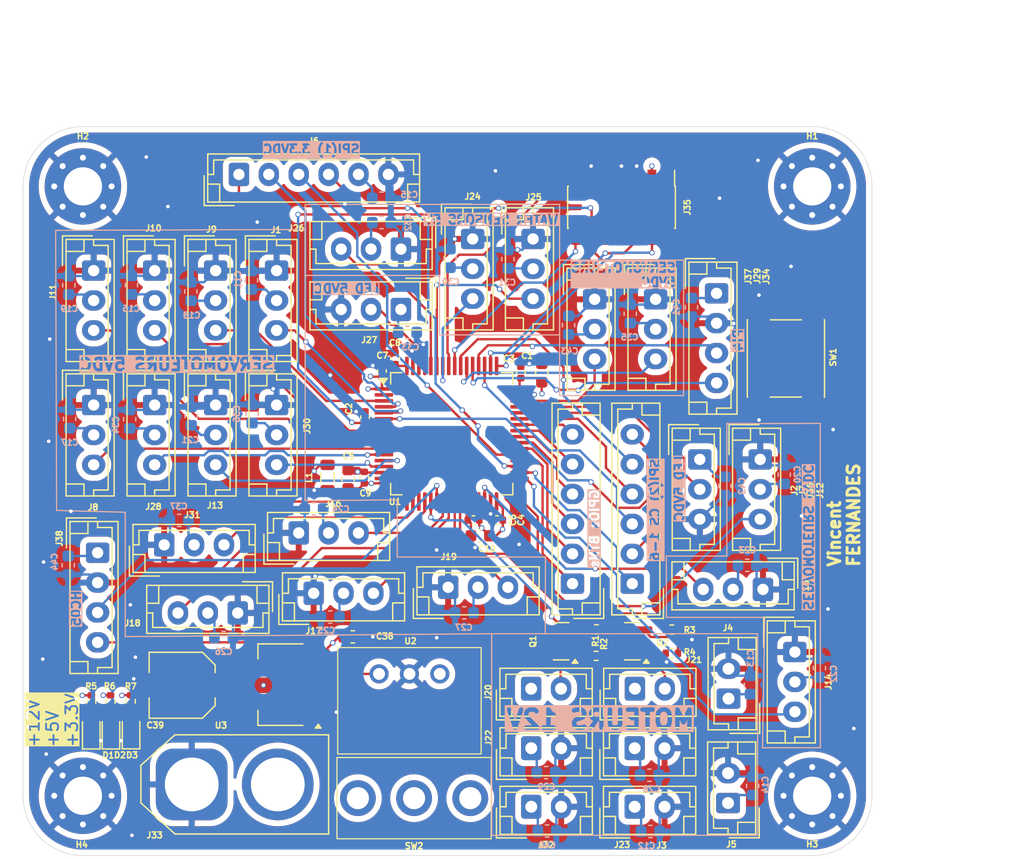
<source format=kicad_pcb>
(kicad_pcb (version 20241229) (generator "pcbnew") (generator_version "9.0")
  (layers (0 "F.Cu" signal) (4 "In1.Cu" signal) (6 "In2.Cu" signal) (2 "B.Cu" signal) (13 "F.Paste" user) (15 "B.Paste" user) (5 "F.SilkS" user "F.Silkscreen") (7 "B.SilkS" user "B.Silkscreen") (1 "F.Mask" user) (3 "B.Mask" user) (25 "Edge.Cuts" user))
  (net 0 "")
  (net 1 "+3.3V")
  (net 2 "SWDIO")
  (net 3 "UART_DEBUG_TX")
  (net 4 "NRST")
  (net 5 "SWCLK")
  (net 6 "GND")
  (net 7 "UART_DEBUG_RX")
  (net 8 "USART3_TX")
  (net 9 "USART3_RX")
  (net 10 "USART1_RX")
  (net 11 "USART1_TX")
  (net 12 "TIM1_CH1_PWM")
  (net 13 "TIM1_CH2_PWM")
  (net 14 "TIM1_CH3_PWM")
  (net 15 "TIM1_CH4_PWM")
  (net 16 "TIM2_CH1_PWM")
  (net 17 "TIM2_CH2_PWM")
  (net 18 "TIM2_CH3_PWM")
  (net 19 "TIM2_CH4_PWM")
  (net 20 "TIM3_CH1_PWM")
  (net 21 "TIM3_CH2_PWM")
  (net 22 "GPIO_WaterSensor_2")
  (net 23 "GPIO_WaterSensor_3")
  (net 24 "GPIO_WaterSensor_1")
  (net 25 "TIM4_CH4_PWM")
  (net 26 "TIM5_CH1_PWM")
  (net 27 "TIM5_CH2_PWM")
  (net 28 "GPIO_BTN_5")
  (net 29 "GPIO_BTN_2")
  (net 30 "GPIO_BTN_3")
  (net 31 "GPIO_BTN_6")
  (net 32 "GPIO_BTN_4")
  (net 33 "GPIO_BTN_1")
  (net 34 "TIM4_CH1_PWM")
  (net 35 "TIM4_CH2_PWM")
  (net 36 "ADC1_IN10_PH")
  (net 37 "TIM3_CH3_PWM")
  (net 38 "TIM3_CH4_PWM")
  (net 39 "TIM5_CH3_PWM")
  (net 40 "TIM5_CH4_PWM")
  (net 41 "GPIO_PUMP_2")
  (net 42 "GPIO_PUMP_1")
  (net 44 "Net-(J21-Pin_2)")
  (net 45 "Net-(D1-A)")
  (net 46 "Net-(D2-A)")
  (net 47 "Net-(D3-A)")
  (net 48 "SPI2_SCK")
  (net 49 "SPI2_MOSI")
  (net 50 "Net-(J33-Pin_2)")
  (net 51 "GPIO_RES")
  (net 52 "GPIO_D{slash}C")
  (net 53 "GPIO_SPI_CS_6")
  (net 54 "GPIO_SPI_CS_1")
  (net 55 "GPIO_SPI_CS_3")
  (net 56 "GPIO_SPI_CS_4")
  (net 57 "GPIO_SPI_CS_2")
  (net 58 "GPIO_SPI_CS_5")
  (net 64 "Net-(Q1-G)")
  (net 65 "+5V")
  (net 66 "+12V")
  (net 68 "Net-(Q2-G)")
  (net 69 "Net-(J20-Pin_2)")
  (footprint "Connector_JST:JST_EH_B4B-EH-A_1x04_P2.50mm_Vertical" (layer "F.Cu") (at 121.23 108.66 -90)
    (property "Reference" "J38")
    (property "Value" "Conn_01x04")
  )
  (footprint "Capacitor_SMD:C_0603_1608Metric" (layer "F.Cu") (at 158.38 93.615 90)
    (property "Reference" "C1")
    (property "Value" "4u7")
  )
  (footprint "Connector_JST:JST_EH_B3B-EH-A_1x03_P2.50mm_Vertical" (layer "F.Cu") (at 120.9 85.05 -90)
    (property "Reference" "J11")
    (property "Value" "Conn_01x03")
  )
  (footprint "Connector_JST:JST_EH_B2B-EH-A_1x02_P2.50mm_Vertical" (layer "F.Cu") (at 174 120.87 90)
    (property "Reference" "J4")
    (property "Value" "Conn_01x02")
  )
  (footprint "Connector_JST:JST_EH_B3B-EH-A_1x03_P2.50mm_Vertical" (layer "F.Cu") (at 157.65 82.4 -90)
    (property "Reference" "J25")
    (property "Value" "Conn_01x03")
  )
  (footprint "Package_TO_SOT_SMD:SOT-223-3_TabPin2" (layer "F.Cu") (at 136.55 119.7 180)
    (property "Reference" "U3")
    (property "Value" "AZ1117-3.3")
  )
  (footprint "Connector_JST:JST_EH_B3B-EH-A_1x03_P2.50mm_Vertical" (layer "F.Cu") (at 171.6 100.85 -90)
    (property "Reference" "J36")
    (property "Value" "Conn_01x03")
  )
  (footprint "Capacitor_SMD:C_0603_1608Metric" (layer "F.Cu") (at 142.575 115.7)
    (property "Reference" "C38")
    (property "Value" "10u")
  )
  (footprint "Connector_JST:JST_EH_B3B-EH-A_1x03_P2.50mm_Vertical" (layer "F.Cu") (at 150.55 111.55)
    (property "Reference" "J19")
    (property "Value" "Conn_01x03")
  )
  (footprint "Connector_JST:JST_EH_B6B-EH-A_1x06_P2.50mm_Vertical" (layer "F.Cu") (at 160.95 111.25 90)
    (property "Reference" "J2")
    (property "Value" "Conn_01x06")
  )
  (footprint "Connector_JST:JST_EH_B3B-EH-A_1x03_P2.50mm_Vertical" (layer "F.Cu") (at 126.8 108)
    (property "Reference" "J31")
    (property "Value" "Conn_01x03")
  )
  (footprint "LED_SMD:LED_0603_1608Metric" (layer "F.Cu") (at 122.35 123.6 90)
    (property "Reference" "D2")
    (property "Value" "RED_LED")
  )
  (footprint "Connector_JST:JST_EH_B3B-EH-A_1x03_P2.50mm_Vertical" (layer "F.Cu") (at 162.8 87.45 -90)
    (property "Reference" "J37")
    (property "Value" "Conn_01x03")
  )
  (footprint "Connector_JST:JST_EH_B3B-EH-A_1x03_P2.50mm_Vertical" (layer "F.Cu") (at 167.9 87.45 -90)
    (property "Reference" "J29")
    (property "Value" "Conn_01x03")
  )
  (footprint "MountingHole:MountingHole_3.2mm_M3_Pad_Via" (layer "F.Cu") (at 120 129)
    (property "Reference" "H4")
    (property "Value" "MountingHole_Pad")
  )
  (footprint "Connector_JST:JST_EH_B3B-EH-A_1x03_P2.50mm_Vertical" (layer "F.Cu") (at 136.2 96.3 -90)
    (property "Reference" "J30")
    (property "Value" "Conn_01x03")
  )
  (footprint "Connector_JST:JST_EH_B3B-EH-A_1x03_P2.50mm_Vertical" (layer "F.Cu") (at 131.1 85.05 -90)
    (property "Reference" "J9")
    (property "Value" "Conn_01x03")
  )
  (footprint "Connector_JST:JST_EH_B3B-EH-A_1x03_P2.50mm_Vertical" (layer "F.Cu") (at 176.88 111.73 180)
    (property "Reference" "J15")
    (property "Value" "Conn_01x03")
  )
  (footprint "Connector_PinHeader_1.27mm:PinHeader_2x07_P1.27mm_Vertical_SMD" (layer "F.Cu") (at 165.05 79.75 -90)
    (property "Reference" "J35")
    (property "Value" "Conn_ST_STDC14")
  )
  (footprint "Capacitor_SMD:C_0402_1005Metric" (layer "F.Cu") (at 154.64 105.93 180)
    (property "Reference" "C4")
    (property "Value" "100n")
  )
  (footprint "Connector_JST:JST_EH_B3B-EH-A_1x03_P2.50mm_Vertical" (layer "F.Cu") (at 131.1 96.3 -90)
    (property "Reference" "J13")
    (property "Value" "Conn_01x03")
  )
  (footprint "Connector_JST:JST_EH_B3B-EH-A_1x03_P2.50mm_Vertical" (layer "F.Cu") (at 132.95 113.7 180)
    (property "Reference" "J18")
    (property "Value" "Conn_01x03")
  )
  (footprint "Inductor_SMD:L_0805_2012Metric" (layer "F.Cu") (at 140.46 102.3675 90)
    (property "Reference" "L1")
    (property "Value" "39n")
  )
  (footprint "Connector_JST:JST_EH_B3B-EH-A_1x03_P2.50mm_Vertical" (layer "F.Cu") (at 126 96.3 -90)
    (property "Reference" "J28")
    (property "Value" "Conn_01x03")
  )
  (footprint "Connector_JST:JST_EH_B2B-EH-A_1x02_P2.50mm_Vertical" (layer "F.Cu") (at 157.5 125.02)
    (property "Reference" "J22")
    (property "Value" "Conn_01x02")
  )
  (footprint "Capacitor_SMD:C_0402_1005Metric" (layer "F.Cu") (at 146.11 92.4 90)
    (property "Reference" "C8")
    (property "Value" "100n")
  )
  (footprint "Package_TO_SOT_SMD:SOT-23" (layer "F.Cu") (at 165.9625 116.07 180)
    (property "Reference" "Q2")
    (property "Value" "NMOS")
  )
  (footprint "Capacitor_SMD:C_0402_1005Metric" (layer "F.Cu") (at 152.67 105.93 180)
    (property "Reference" "C6")
    (property "Value" "100n")
  )
  (footprint "Package_TO_SOT_SMD:SOT-23" (layer "F.Cu") (at 160.0025 116.07 180)
    (property "Reference" "Q1")
    (property "Value" "NMOS")
  )
  (footprint "Resistor_SMD:R_0402_1005Metric" (layer "F.Cu") (at 120.7 121.1025 -90)
    (property "Reference" "R5")
    (property "Value" "5k1")
  )
  (footprint "Connector_JST:JST_EH_B2B-EH-A_1x02_P2.50mm_Vertical" (layer "F.Cu") (at 173.96 129.61 90)
    (property "Reference" "J5")
    (property "Value" "Conn_01x02")
  )
  (footprint "MountingHole:MountingHole_3.2mm_M3_Pad_Via" (layer "F.Cu") (at 120 78)
    (property "Reference" "H2")
    (property "Value" "MountingHole_Pad")
  )
  (footprint "Resistor_SMD:R_0402_1005Metric" (layer "F.Cu") (at 122.31 121.1025 -90)
    (property "Reference" "R6")
    (property "Value" "1k6")
  )
  (footprint "Connector_JST:JST_EH_B2B-EH-A_1x02_P2.50mm_Vertical" (layer "F.Cu") (at 157.49 120.04)
    (property "Reference" "J20")
    (property "Value" "Conn_01x02")
  )
  (footprint "Connector_JST:JST_EH_B2B-EH-A_1x02_P2.50mm_Vertical" (layer "F.Cu") (at 157.5 129.92)
    (property "Reference" "J32")
    (property "Value" "Conn_01x02")
  )
  (footprint "Resistor_SMD:R_0402_1005Metric" (layer "F.Cu") (at 169.26 117.08 180)
    (property "Reference" "R4")
    (property "Value" "10k")
  )
  (footprint "LED_SMD:LED_0603_1608Metric" (layer "F.Cu") (at 120.7 123.6 90)
    (property "Reference" "D1")
    (property "Value" "RED_LED")
  )
  (footprint "mylib:SW_Push_1P1T_NO_6x6mm_H9.5mm" (layer "F.Cu") (at 178.85 92.4 -90)
    (property "Reference" "SW1")
    (property "Value" "SW_SPST")
  )
  (footprint "mylib:472123010111" (layer "F.Cu") (at 147.7 129.2 180)
    (property "Reference" "SW2")
    (property "Value" "SW_SPDT")
  )
  (footprint "Connector_JST:JST_EH_B3B-EH-A_1x03_P2.50mm_Vertical" (layer "F.Cu") (at 179.55 116.97 -90)
    (property "Reference" "J14")
    (property "Value" "Conn_01x03")
  )
  (footprint "Connector_JST:JST_EH_B3B-EH-A_1x03_P2.50mm_Vertical" (layer "F.Cu") (at 126 85.05 -90)
    (property "Reference" "J10")
    (property "Value" "Conn_01x03")
  )
  (footprint "Connector_JST:JST_EH_B3B-EH-A_1x03_P2.50mm_Vertical" (layer "F.Cu") (at 139.3 112.05)
    (property "Reference" "J17")
    (property "Value" "Conn_01x03")
  )
  (footprint "Capacitor_SMD:C_0603_1608Metric" (layer "F.Cu") (at 153.23 107.24 180)
    (property "Reference" "C10")
    (property "Value" "1u")
  )
  (footprint "Connector_JST:JST_EH_B6B-EH-A_1x06_P2.50mm_Vertical" (layer "F.Cu") (at 133.05 77)
    (property "Reference" "J6")
    (property "Value" "Conn_01x06")
  )
  (footprint "Connector_JST:JST_EH_B4B-EH-A_1x04_P2.50mm_Vertical" (layer "F.Cu") (at 173 86.95 -90)
    (property "Reference" "J34")
    (property "Value" "Conn_01x04")
  )
  (footprint "Connector_JST:JST_EH_B3B-EH-A_1x03_P2.50mm_Vertical" (layer "F.Cu") (at 152.6 82.4 -90)
    (property "Reference" "J24")
    (property "Value" "Conn_01x03")
  )
  (footprint "MountingHole:MountingHole_3.2mm_M3_Pad_Via" (layer "F.Cu") (at 181 78)
    (property "Reference" "H1")
    (property "Value" "MountingHole_Pad")
  )
  (footprint "Connector_AMASS:AMASS_XT60-M_1x02_P7.20mm_Vertical" (layer "F.Cu") (at 129.1 128.05)
    (property "Reference" "J33")
    (property "Value" "Conn_01x02")
  )
  (footprint "Connector_JST:JST_EH_B3B-EH-A_1x03_P2.50mm_Vertical" (layer "F.Cu") (at 146.6 88.3 180)
    (property "Reference" "J27")
    (property "Value" "Conn_01x03")
  )
  (footprint "Resistor_SMD:R_0402_1005Metric" (layer "F.Cu") (at 162.95 115.07)
    (property "Reference" "R1")
    (property "Value" "1k")
  )
  (footprint "Capacitor_SMD:C_0402_1005Metric" (layer "F.Cu") (at 143.54 102.37 90)
    (property "Reference" "C9")
    (property "Value" "10n")
  )
  (footprint "Package_QFP:LQFP-64_10x10mm_P0.5mm" (layer "F.Cu") (at 150.85 98.7)
    (property "Reference" "U1")
    (property "Value" "STM32G474RETx")
  )
  (footprint "Capacitor_SMD:C_Elec_5x5.4" (layer "F.Cu") (at 128.3 119.75 180)
    (property "Reference" "C39")
    (property "Value" "22u")
  )
  (footprint "Resistor_SMD:R_0402_1005Metric" (layer "F.Cu") (at 169.26 115.09 180)
    (property "Reference" "R3")
    (property "Value" "1k")
  )
  (footprint "Resistor_SMD:R_0402_1005Metric" (layer "F.Cu") (at 124 121.09 -90)
    (property "Reference" "R7")
    (property "Value" "820")
  )
  (footprint "Connector_JST:JST_EH_B3B-EH-A_1x03_P2.50mm_Vertical" (layer "F.Cu") (at 176.65 100.85 -90)
    (property "Reference" "J12")
    (property "Value" "Conn_01x03")
  )
  (footprint "Capacitor_SMD:C_0402_1005Metric" (layer "F.Cu") (at 156.63 93.57 90)
    (property "Reference" "C3")
    (property "Value" "100n")
  )
  (footprint "Library:173010542" (layer "F.Cu") (at 147.31 118.8 180)
    (property "Reference" "U2")
    (property "Value" "173010578")
  )
  (footprint "Capacitor_SMD:C_0402_1005Metric" (layer "F.Cu") (at 143.6 97.32 90)
    (property "Reference" "C2")
    (property "Value" "100n")
  )
  (footprint "Connector_JST:JST_EH_B2B-EH-A_1x02_P2.50mm_Vertical" (layer "F.Cu") (at 166.17 120.04)
    (property "Reference" "J21")
    (property "Value" "Conn_01x02")
  )
  (footprint "Connector_JST:JST_EH_B3B-EH-A_1x03_P2.50mm_Vertical" (layer "F.Cu") (at 146.6 83.25 180)
    (property "Reference" "J26")
    (property "Value" "Conn_01x03")
  )
  (footprint "Capacitor_SMD:C_0603_1608Metric" (layer "F.Cu") (at 142.18 102.505 -90)
    (property "Reference" "C5")
    (property "Value" "1u")
  )
  (footprint "Connector_JST:JST_EH_B3B-EH-A_1x03_P2.50mm_Vertical" (layer "F.Cu") (at 120.9 96.3 -90)
    (property "Reference" "J8")
    (property "Value" "Conn_01x03")
  )
  (footprint "Connector_JST:JST_EH_B6B-EH-A_1x06_P2.50mm_Vertical" (layer "F.Cu") (at 165.95 111.25 90)
    (property "Reference" "J7")
    (property "Value" "Conn_01x06")
  )
  (footprint "LED_SMD:LED_0603_1608Metric" (layer "F.Cu") (at 124.03 123.5875 90)
    (property "Reference" "D3")
    (property "Value" "RED_LED")
  )
  (footprint "Connector_JST:JST_EH_B3B-EH-A_1x03_P2.50mm_Vertical" (layer "F.Cu") (at 138.05 107)
    (property "Reference" "J16")
    (property "Value" "Conn_01x03")
  )
  (footprint "Connector_JST:JST_EH_B2B-EH-A_1x02_P2.50mm_Vertical" (layer "F.Cu") (at 166.15 129.92)
    (property "Reference" "J3")
    (property "Value" "Conn_01x02")
  )
  (footprint "Connector_JST:JST_EH_B2B-EH-A_1x02_P2.50mm_Vertical" (layer "F.Cu") (at 166.15 125.02)
    (property "Reference" "J23")
    (property "Value" "Conn_01x02")
  )
  (footprint "Connector_JST:JST_EH_B3B-EH-A_1x03_P2.50mm_Vertical" (layer "F.Cu") (at 136.2 85.05 -90)
    (property "Reference" "J1")
    (property "Value" "Conn_01x03")
  )
  (footprint "Resistor_SMD:R_0402_1005Metric" (layer "F.Cu") (at 162.93 117.29)
    (property "Reference" "R2")
    (property "Value" "10k")
  )
  (footprint "MountingHole:MountingHole_3.2mm_M3_Pad_Via" (layer "F.Cu") (at 181 129)
    (property "Reference" "H3")
    (property "Value" "MountingHole_Pad")
  )
  (footprint "Capacitor_SMD:C_0402_1005Metric" (layer "F.Cu") (at 145.01 93.45 -90)
    (property "Reference" "C7")
    (property "Value" "100n")
  )
  (footprint "Capacitor_SMD:C_0603_1608Metric" (layer "B.Cu") (at 118.77 109.705 90)
    (property "Reference" "C44")
    (property "Value" "1u")
  )
  (footprint "Capacitor_SMD:C_0603_1608Metric" (layer "B.Cu") (at 123.91 97.485 90)
    (property "Reference" "C34")
    (property "Value" "1u")
  )
  (footprint "Capacitor_SMD:C_0603_1608Metric" (layer "B.Cu") (at 175.83 119.725 -90)
    (property "Reference" "C13")
    (property "Value" "1u")
  )
  (footprint "Capacitor_SMD:C_0603_1608Metric" (layer "B.Cu") (at 155.55 84.085 90)
    (property "Reference" "C31")
    (property "Value" "1u")
  )
  (footprint "Capacitor_SMD:C_0603_1608Metric" (layer "B.Cu") (at 131.775 115.76 180)
    (property "Reference" "C26")
    (property "Value" "1u")
  )
  (footprint "Capacitor_SMD:C_0603_1608Metric" (layer "B.Cu") (at 140.685 114.04)
    (property "Reference" "C25")
    (property "Value" "1u")
  )
  (footprint "Capacitor_SMD:C_0603_1608Metric" (layer "B.Cu") (at 181.6 118.315 90)
    (property "Reference" "C22")
    (property "Value" "1u")
  )
  (footprint "Capacitor_SMD:C_0603_1608Metric" (layer "B.Cu") (at 134.15 97.035 90)
    (property "Reference" "C36")
    (property "Value" "1u")
  )
  (footprint "Capacitor_SMD:C_0603_1608Metric" (layer "B.Cu") (at 165.78 88.665 90)
    (property "Reference" "C35")
    (property "Value" "1u")
  )
  (footprint "Capacitor_SMD:C_0603_1608Metric" (layer "B.Cu") (at 170.9 88.12 90)
    (property "Reference" "C41")
    (property "Value" "1u")
  )
  (footprint "Capacitor_SMD:C_0603_1608Metric" (layer "B.Cu") (at 144.98 81.03)
    (property "Reference" "C32")
    (property "Value" "1u")
  )
  (footprint "Capacitor_SMD:C_0603_1608Metric" (layer "B.Cu") (at 160.62 89.615 90)
    (property "Reference" "C43")
    (property "Value" "1u")
  )
  (footprint "Capacitor_SMD:C_0603_1608Metric" (layer "B.Cu") (at 128.055 105.95 180)
    (property "Reference" "C37")
    (property "Value" "1u")
  )
  (footprint "Capacitor_SMD:C_0603_1608Metric" (layer "B.Cu") (at 124.06 86.26 90)
    (property "Reference" "C16")
    (property "Value" "1u")
  )
  (footprint "Capacitor_SMD:C_0603_1608Metric" (layer "B.Cu") (at 173.7 103.075 90)
    (property "Reference" "C42")
    (property "Value" "1u")
  )
  (footprint "Capacitor_SMD:C_0603_1608Metric" (layer "B.Cu") (at 158.74 127.06)
    (property "Reference" "C29")
    (property "Value" "1u")
  )
  (footprint "Capacitor_SMD:C_0603_1608Metric" (layer "B.Cu") (at 139.325 104.99 180)
    (property "Reference" "C24")
    (property "Value" "1u")
  )
  (footprint "Capacitor_SMD:C_0603_1608Metric" (layer "B.Cu") (at 167.465 131.99 180)
    (property "Reference" "C12")
    (property "Value" "1u")
  )
  (footprint "Capacitor_SMD:C_0603_1608Metric" (layer "B.Cu") (at 134.1 85.855 90)
    (property "Reference" "C11")
    (property "Value" "1u")
  )
  (footprint "Capacitor_SMD:C_0603_1608Metric" (layer "B.Cu") (at 147.145 90.22 180)
    (property "Reference" "C33")
    (property "Value" "1u")
  )
  (footprint "Capacitor_SMD:C_0603_1608Metric" (layer "B.Cu") (at 178.66 102.125 90)
    (property "Reference" "C20")
    (property "Value" "1u")
  )
  (footprint "Capacitor_SMD:C_0603_1608Metric" (layer "B.Cu") (at 129.03 86.795 90)
    (property "Reference" "C18")
    (property "Value" "1u")
  )
  (footprint "Capacitor_SMD:C_0603_1608Metric" (layer "B.Cu") (at 118.89 97.465 90)
    (property "Reference" "C17")
    (property "Value" "1u")
  )
  (footprint "Capacitor_SMD:C_0603_1608Metric" (layer "B.Cu") (at 144.97 78.99 180)
    (property "Reference" "C15")
    (property "Value" "1u")
  )
  (footprint "Capacitor_SMD:C_0603_1608Metric" (layer "B.Cu") (at 129.06 97.225 90)
    (property "Reference" "C21")
    (property "Value" "1u")
  )
  (footprint "Capacitor_SMD:C_0603_1608Metric" (layer "B.Cu") (at 158.825 131.95 180)
    (property "Reference" "C40")
    (property "Value" "1u")
  )
  (footprint "Capacitor_SMD:C_0603_1608Metric" (layer "B.Cu") (at 151.9 113.69 180)
    (property "Reference" "C27")
    (property "Value" "1u")
  )
  (footprint "Capacitor_SMD:C_0603_1608Metric" (layer "B.Cu") (at 176.02 128.165 -90)
    (property "Reference" "C14")
    (property "Value" "1u")
  )
  (footprint "Capacitor_SMD:C_0603_1608Metric" (layer "B.Cu") (at 118.82 86.275 90)
    (property "Reference" "C19")
    (property "Value" "1u")
  )
  (footprint "Capacitor_SMD:C_0603_1608Metric" (layer "B.Cu") (at 175.57 109.71)
    (property "Reference" "C23")
    (property "Value" "1u")
  )
  (footprint "Capacitor_SMD:C_0603_1608Metric" (layer "B.Cu") (at 167.385 127.28 180)
    (property "Reference" "C28")
    (property "Value" "1u")
  )
  (footprint "Capacitor_SMD:C_0603_1608Metric" (layer "B.Cu") (at 150.71 84.025 90)
    (property "Reference" "C30")
    (property "Value" "1u")
  )
  (gr_line (start 173.86 108.94) (end 168.8 108.94) (stroke (width 0.1)) (layer "B.SilkS"))
  (gr_line (start 123.54 105.27) (end 123.54 115.68) (stroke (width 0.1)) (layer "B.SilkS"))
  (gr_line (start 138.59 85.45) (end 138.59 79.52) (stroke (width 0.1)) (layer "B.SilkS"))
  (gr_line (start 159.87 79.51) (end 159.87 90.43) (stroke (width 0.1)) (layer "B.SilkS"))
  (gr_line (start 117.8 105.12) (end 123.54 105.27) (stroke (width 0.1)) (layer "B.SilkS"))
  (gr_line (start 158.69 109.02) (end 146.29 109.02) (stroke (width 0.1)) (layer "B.SilkS"))
  (gr_line (start 123.54 115.68) (end 154.19 115.44) (stroke (width 0.1)) (layer "B.SilkS"))
  (gr_line (start 117.72 81.68) (end 117.8 105.12) (stroke (width 0.1)) (layer "B.SilkS"))
  (gr_line (start 181.670044 97.83) (end 179.15 97.85) (stroke (width 0.1)) (layer "B.SilkS"))
  (gr_line (start 176.84 124.98) (end 181.68 124.98) (stroke (width 0.1)) (layer "B.SilkS"))
  (gr_line (start 149.83 85.45) (end 138.59 85.45) (stroke (width 0.1)) (layer "B.SilkS"))
  (gr_line (start 168.8 108.94) (end 168.8 114.07) (stroke (width 0.1)) (layer "B.SilkS"))
  (gr_line (start 138.59 81.61) (end 138.59 104.3) (stroke (width 0.1)) (layer "B.SilkS"))
  (gr_line (start 159.87 90.43) (end 149.83 90.43) (stroke (width 0.1)) (layer "B.SilkS"))
  (gr_line (start 146.29 104.24) (end 139.19721 104.3) (stroke (width 0.1)) (layer "B.SilkS"))
  (gr_line (start 139.19721 104.3) (end 138.60279 104.3) (stroke (width 0.1)) (layer "B.SilkS"))
  (gr_line (start 181.68 124.98) (end 181.670044 97.83) (stroke (width 0.1)) (layer "B.SilkS"))
  (gr_line (start 139.09 79.51) (end 159.87 79.51) (stroke (width 0.1)) (layer "B.SilkS"))
  (gr_line (start 173.86 97.85) (end 173.86 108.94) (stroke (width 0.1)) (layer "B.SilkS"))
  (gr_line (start 168.8 114.07) (end 176.89 114.07) (stroke (width 0.1)) (layer "B.SilkS"))
  (gr_line (start 158.67 115.46) (end 158.69 109.02) (stroke (width 0.1)) (layer "B.SilkS"))
  (gr_line (start 177.03 114.07) (end 176.84 124.98) (stroke (width 0.1)) (layer "B.SilkS"))
  (gr_rect (start 154.19 115.44) (end 176.43 132.31) (stroke (width 0.1)) (fill no) (layer "B.SilkS"))
  (gr_rect (start 159.87 84.17) (end 170.24 95.51) (stroke (width 0.1)) (fill no) (layer "B.SilkS"))
  (gr_line (start 149.83 90.43) (end 149.83 85.45) (stroke (width 0.1)) (layer "B.SilkS"))
  (gr_line (start 146.29 109.02) (end 146.29 104.24) (stroke (width 0.1)) (layer "B.SilkS"))
  (gr_line (start 138.48 81.61) (end 138.59 81.61) (stroke (width 0.1)) (layer "B.SilkS"))
  (gr_line (start 138.48 81.61) (end 117.72 81.68) (stroke (width 0.1)) (layer "B.SilkS"))
  (gr_line (start 179.15 97.85) (end 173.86 97.85) (stroke (width 0.1)) (layer "B.SilkS"))
  (gr_line (start 138.59 79.52) (end 139.09 79.51) (stroke (width 0.1)) (layer "B.SilkS"))
  (gr_line (start 120 73) (end 181 73) (stroke (width 0.05)) (layer "Edge.Cuts"))
  (gr_line (start 115 78) (end 115 129) (stroke (width 0.05)) (layer "Edge.Cuts"))
  (gr_arc (start 181 73) (mid 184.535534 74.464466) (end 186 78) (stroke (width 0.05)) (layer "Edge.Cuts"))
  (gr_arc (start 186 129) (mid 184.535534 132.535534) (end 181 134) (stroke (width 0.05)) (layer "Edge.Cuts"))
  (gr_line (start 186 129) (end 186 78) (stroke (width 0.05)) (layer "Edge.Cuts"))
  (gr_arc (start 115 78) (mid 116.464466 74.464466) (end 120 73) (stroke (width 0.05)) (layer "Edge.Cuts"))
  (gr_line (start 120 134) (end 181 134) (stroke (width 0.05)) (layer "Edge.Cuts"))
  (gr_arc (start 120 134) (mid 116.464466 132.535534) (end 115 129) (stroke (width 0.05)) (layer "Edge.Cuts"))
  (gr_text "Vincent\nFERNANDES\n" (at 185.05 109.95 90) (layer "F.SilkS") (effects (font (size 1 1) (thickness 0.25) (bold yes)) (justify left bottom)))
  (gr_text "+12V\n+5V\n+3.3V" (at 119.66 125.02 90) (layer "F.SilkS" knockout) (effects (font (size 1 1)) (justify left bottom)))
  (gr_text "PI4" (at 175.24 89.83 90) (layer "B.SilkS" knockout) (effects (font (size 0.75 0.75) (thickness 0.1875) (bold yes)) (justify left bottom mirror)))
  (gr_text "SERVOMOTEURS 5VDC" (at 180.21 113.55 270) (layer "B.SilkS" knockout) (effects (font (size 0.75 0.75) (thickness 0.1875) (bold yes)) (justify left bottom mirror)))
  (gr_text "SERVOMOTEURS 5VDC" (at 136.11 93.5 0) (layer "B.SilkS" knockout) (effects (font (size 1 1) (thickness 0.25) (bold yes)) (justify left bottom mirror)))
  (gr_text "LED 5VDC" (at 170.33 100.42 90) (layer "B.SilkS" knockout) (effects (font (size 0.75 0.75) (thickness 0.1875) (bold yes)) (justify left bottom mirror)))
  (gr_text "MOTEURS 12V" (at 171.33 123.49 0) (layer "B.SilkS" knockout) (effects (font (size 1.5 1.5) (thickness 0.375) (bold yes)) (justify left bottom mirror)))
  (gr_text "WATER SENSORS 5V\n" (at 159.87 81.23 0) (layer "B.SilkS" knockout) (effects (font (size 0.75 0.75) (thickness 0.1875) (bold yes)) (justify left bottom mirror)))
  (gr_text "HC05" (at 119.87 111.72 90) (layer "B.SilkS" knockout) (effects (font (size 0.75 0.75) (thickness 0.1875) (bold yes)) (justify left bottom mirror)))
  (gr_text "GPIOs BTNs" (at 163.23 103.26 90) (layer "B.SilkS" knockout) (effects (font (size 0.75 0.75) (thickness 0.1875) (bold yes)) (justify left bottom mirror)))
  (gr_text "SERVOMOTEURS \n5VDC" (at 169.68 86.46 0) (layer "B.SilkS" knockout) (effects (font (size 0.75 0.75) (thickness 0.1875) (bold yes)) (justify left bottom mirror)))
  (gr_text "LED 5VDC" (at 144.91 87.01 0) (layer "B.SilkS" knockout) (effects (font (size 0.75 0.75) (thickness 0.1875) (bold yes)) (justify left bottom mirror)))
  (gr_text "SPI(1) 3.3VDC" (at 143.25 75.34 0) (layer "B.SilkS" knockout) (effects (font (size 0.75 0.75) (thickness 0.1875) (bold yes)) (justify left bottom mirror)))
  (gr_text "SPI(2) CS 1-6\n" (at 168.29 100.7 90) (layer "B.SilkS" knockout) (effects (font (size 0.75 0.75) (thickness 0.1875) (bold yes)) (justify left bottom mirror)))
  (segment (start 156.525 94.95) (end 156.525 94.155) (width 0.2) (layer "F.Cu") (net 1))
  (segment (start 153.1 104.375) (end 153.1 105.88) (width 0.2) (layer "F.Cu") (net 1))
  (segment (start 147.1 93.025) (end 146.255 93.025) (width 0.2) (layer "F.Cu") (net 1))
  (segment (start 156.525 94.155) (end 156.63 94.05) (width 0.2) (layer "F.Cu") (net 1))
  (segment (start 155.12 104.895) (end 154.6 104.375) (width 0.2) (layer "F.Cu") (net 1))
  (segment (start 130.4125 119.7) (end 130.3625 119.75) (width 1.3) (layer "F.Cu") (net 1))
  (segment (start 144.775 102.85) (end 145.175 102.45) (width 0.2) (layer "F.Cu") (net 1))
  (segment (start 135.1 119.75) (end 133.45 119.75) (width 1.3) (layer "F.Cu") (net 1))
  (segment (start 145.175 94.95) (end 143.851 94.95) (width 0.2) (layer "F.Cu") (net 1))
  (segment (start 153.1 104.375) (end 152.6 104.375) (width 0.2) (layer "F.Cu") (net 1))
  (segment (start 123.28 120.58) (end 123.26 120.6) (width 0.2) (layer "F.Cu") (net 1))
  (segment (start 142.18 103.28) (end 143.11 103.28) (width 0.2) (layer "F.Cu") (net 1))
  (segment (start 153.3575 106.5925) (end 154.005 107.24) (width 0.2) (layer "F.Cu") (net 1))
  (segment (start 167.59 76.3) (end 167.59 77.8) (width 0.2) (layer "F.Cu") (net 1))
  (segment (start 140.46 103.43) (end 139.35 103.43) (width 0.2) (layer "F.Cu") (net 1))
  (segment (start 140.46 103.43) (end 142.03 103.43) (width 0.2) (layer "F.Cu") (net 1))
  (segment (start 155.12 106.68) (end 155.1 106.7) (width 0.2) (layer "F.Cu") (net 1))
  (segment (start 124 120.58) (end 123.28 120.58) (width 0.2) (layer "F.Cu") (net 1))
  (segment (start 145.01 93.93) (end 144.08 93.93) (width 0.2) (layer "F.Cu") (net 1))
  (segment (start 158.38 95.33665) (end 158.395958 95.352608) (width 0.2) (layer "F.Cu") (net 1))
  (segment (start 133.45 119.75) (end 133.4 119.7) (width 1.3) (layer "F.Cu") (net 1))
  (segment (start 133.4 119.7) (end 130.4125 119.7) (width 1.3) (layer "F.Cu") (net 1))
  (segment (start 144.12 102.85) (end 144.775 102.85) (width 0.2) (layer "F.Cu") (net 1))
  (segment (start 143.54 102.85) (end 144.12 102.85) (width 0.2) (layer "F.Cu") (net 1))
  (segment (start 144.08 93.93) (end 144.05 93.9) (width 0.2) (layer "F.Cu") (net 1))
  (segment (start 139.7 119.7) (end 139.65 119.75) (width 1.3) (layer "F.Cu") (net 1))
  (segment (start 155.12 105.93) (end 155.12 104.895) (width 0.2) (layer "F.Cu") (net 1))
  (segment (start 156.63 94.05) (end 158.04 94.05) (width 0.2) (layer "F.Cu") (net 1))
  (segment (start 139.85 101.305) (end 139.33 101.825) (width 0.2) (layer "F.Cu") (net 1))
  (segment (start 145.06 93.93) (end 146.11 92.88) (width 0.2) (layer "F.Cu") (net 1))
  (segment (start 140.46 101.305) (end 139.85 101.305) (width 0.2) (layer "F.Cu") (net 1))
  (segment (start 153.15 105.93) (end 153.15 106.385) (width 0.2) (layer "F.Cu") (net 1))
  (segment (start 153.15 106.385) (end 153.3575 106.5925) (width 0.2) (layer "F.Cu") (net 1))
  (segment (start 158.38 94.39) (end 158.38 95.33665) (width 0.2) (layer "F.Cu") (net 1))
  (segment (start 145.01 94.785) (end 145.175 94.95) (width 0.2) (layer "F.Cu") (net 1))
  (segment (start 154.005 107.24) (end 154.56 107.24) (width 0.2) (layer "F.Cu") (net 1))
  (segment (start 143.851 94.95) (end 143.85 94.951) (width 0.2) (layer "F.Cu") (net 1))
  (segment (start 142.03 103.43) (end 142.18 103.28) (width 0.2) (layer "F.Cu") (net 1))
  (segment (start 145.01 93.93) (end 145.06 93.93) (width 0.2) (layer "F.Cu") (net 1))
  (segment (start 154.56 107.24) (end 155.1 106.7) (width 0.2) (layer "F.Cu") (net 1))
  (segment (start 146.11 92.88) (end 146.06 92.88) (width 0.2) (layer "F.Cu") (net 1))
  (segment (start 155.12 105.93) (end 155.12 106.68) (width 0.2) (layer "F.Cu") (net 1))
  (segment (start 145.01 93.93) (end 145.01 94.785) (width 0.2) (layer "F.Cu") (net 1))
  (segment (start 153.1 105.88) (end 153.15 105.93) (width 0.2) (layer "F.Cu") (net 1))
  (segment (start 146.255 93.025) (end 146.11 92.88) (width 0.2) (layer "F.Cu") (net 1))
  (segment (start 139.65 119.75) (end 135.1 119.75) (width 1.3) (layer "F.Cu") (net 1))
  (segment (start 158.04 94.05) (end 158.38 94.39) (width 0.2) (layer "F.Cu") (net 1))
  (segment (start 143.11 103.28) (end 143.54 102.85) (width 0.2) (layer "F.Cu") (net 1))
  (via (at 139.33 101.825) (size 0.45) (drill 0.3) (layers "F.Cu" "B.Cu") (net 1))
  (via (at 158.395958 95.352608) (size 0.45) (drill 0.3) (layers "F.Cu" "B.Cu") (net 1))
  (via (at 153.3575 106.5925) (size 0.45) (drill 0.3) (layers "F.Cu" "B.Cu") (net 1))
  (via (at 167.59 76.3) (size 0.45) (drill 0.3) (layers "F.Cu" "B.Cu") (net 1))
  (via (at 143.85 94.951) (size 0.45) (drill 0.3) (layers "F.Cu" "B.Cu") (net 1))
  (via (at 123.26 120.6) (size 0.45) (drill 0.3) (layers "F.Cu" "B.Cu") (net 1))
  (via (at 144.05 93.9) (size 0.45) (drill 0.3) (layers "F.Cu" "B.Cu") (net 1))
  (via (at 139.35 103.43) (size 0.45) (drill 0.3) (layers "F.Cu" "B.Cu") (net 1))
  (via (at 135.1 119.75) (size 0.45) (drill 0.3) (layers "F.Cu" "B.Cu") (net 1))
  (via (at 144.12 102.85) (size 0.45) (drill 0.3) (layers "F.Cu" "B.Cu") (net 1))
  (via (at 155.1 106.7) (size 0.45) (drill 0.3) (layers "F.Cu" "B.Cu") (net 1))
  (segment (start 144.195 78.145) (end 143.05 77) (width 0.2) (layer "B.Cu") (net 1))
  (segment (start 144.1 81.135) (end 144.205 81.03) (width 0.2) (layer "B.Cu") (net 1))
  (segment (start 144.195 78.99) (end 144.195 78.145) (width 0.2) (layer "B.Cu") (net 1))
  (segment (start 150.71 84.8) (end 152.5 84.8) (width 0.2) (layer "B.Cu") (net 1))
  (segment (start 157.61 84.86) (end 157.65 84.9) (width 0.2) (layer "B.Cu") (net 1))
  (segment (start 152.5 84.8) (end 152.6 84.9) (width 0.2) (layer "B.Cu") (net 1))
  (segment (start 155.55 84.86) (end 157.61 84.86) (width 0.2) (layer "B.Cu") (net 1))
  (segment (start 144.1 83.25) (end 144.1 81.135) (width 0.2) (layer "B.Cu") (net 1))
  (segment (start 167.6 81.71) (end 167.59 81.7) (width 0.2) (layer "F.Cu") (net 2))
  (segment (start 154.6 93.025) (end 155.375 93.025) (width 0.2) (layer "F.Cu") (net 2))
  (segment (start 167.6 83.55) (end 167.6 81.71) (width 0.2) (layer "F.Cu") (net 2))
  (segment (start 155.375 93.025) (end 155.4 93) (width 0.2) (layer "F.Cu") (net 2))
  (via (at 155.4 93) (size 0.45) (drill 0.3) (layers "F.Cu" "B.Cu") (net 2))
  (via (at 167.6 83.55) (size 0.45) (drill 0.3) (layers "F.Cu" "B.Cu") (net 2))
  (segment (start 164.221155 83.813032) (end 164.221155 83.55) (width 0.2) (layer "B.Cu") (net 2))
  (segment (start 155.755662 92.101748) (end 163.736255 84.121155) (width 0.2) (layer "B.Cu") (net 2))
  (segment (start 155.520762 92.336648) (end 155.755662 92.101748) (width 0.2) (layer "B.Cu") (net 2))
  (segment (start 155.4 93) (end 155.4 92.336648) (width 0.2) (layer "B.Cu") (net 2))
  (segment (start 155.4 92.336648) (end 155.520762 92.336648) (width 0.2) (layer "B.Cu") (net 2))
  (segment (start 163.736255 84.121155) (end 163.913032 84.121155) (width 0.2) (layer "B.Cu") (net 2))
  (segment (start 163.913032 84.121155) (end 164.221155 83.813032) (width 0.2) (layer "B.Cu") (net 2))
  (segment (start 164.221155 83.55) (end 167.6 83.55) (width 0.2) (layer "B.Cu") (net 2))
  (segment (start 151.1 93.025) (end 151.1 91.7) (width 0.2) (layer "F.Cu") (net 3))
  (segment (start 161.2 81.74) (end 161.24 81.7) (width 0.2) (layer "F.Cu") (net 3))
  (segment (start 161.2 83.45) (end 161.2 81.74) (width 0.2) (layer "F.Cu") (net 3))
  (via (at 151.1 91.7) (size 0.45) (drill 0.3) (layers "F.Cu" "B.Cu") (net 3))
  (via (at 161.2 83.45) (size 0.45) (drill 0.3) (layers "F.Cu" "B.Cu") (net 3))
  (segment (start 151.1 91.7) (end 156.749 86.051) (width 0.2) (layer "B.Cu") (net 3))
  (segment (start 156.749 86.051) (end 158.599 86.051) (width 0.2) (layer "B.Cu") (net 3))
  (segment (start 158.599 86.051) (end 161.2 83.45) (width 0.2) (layer "B.Cu") (net 3))
  (segment (start 154.4 79.83) (end 153.88 80.35) (width 0.2) (layer "F.Cu") (net 4))
  (segment (start 145.175 97.95) (end 143.75 97.95) (width 0.2) (layer "F.Cu") (net 4))
  (segment (start 153.88 80.35) (end 138 80.35) (width 0.2) (layer "F.Cu") (net 4))
  (segment (start 162.55 79.9) (end 162.55 81.66) (width 0.2) (layer "F.Cu") (net 4))
  (segment (start 142.55 97.8) (end 142.5 97.75) (width 0.2) (layer "F.Cu") (net 4))
  (segment (start 181.05 96.375) (end 181.05 88.425) (width 0.2) (layer "F.Cu") (net 4))
  (segment (start 143.6 97.8) (end 142.55 97.8) (width 0.2) (layer "F.Cu") (net 4))
  (segment (start 181.05 88.425) (end 176.821155 84.196155) (width 0.2) (layer "F.Cu") (net 4))
  (segment (start 163.446212 84.196155) (end 162.51 83.259943) (width 0.2) (layer "F.Cu") (net 4))
  (segment (start 176.821155 84.196155) (end 163.446212 84.196155) (width 0.2) (layer "F.Cu") (net 4))
  (segment (start 162.45 79.8) (end 162.55 79.9) (width 0.2) (layer "F.Cu") (net 4))
  (segment (start 162.51 83.259943) (end 162.51 81.7) (width 0.2) (layer "F.Cu") (net 4))
  (segment (start 154.76 79.83) (end 154.4 79.83) (width 0.2) (layer "F.Cu") (net 4))
  (segment (start 162.55 81.66) (end 162.51 81.7) (width 0.2) (layer "F.Cu") (net 4))
  (segment (start 143.75 97.95) (end 143.6 97.8) (width 0.2) (layer "F.Cu") (net 4))
  (via (at 162.45 79.8) (size 0.45) (drill 0.3) (layers "F.Cu" "B.Cu") (net 4))
  (via (at 142.5 97.75) (size 0.45) (drill 0.3) (layers "F.Cu" "B.Cu") (net 4))
  (via (at 154.76 79.83) (size 0.45) (drill 0.3) (layers "F.Cu" "B.Cu") (net 4))
  (via (at 138 80.35) (size 0.45) (drill 0.3) (layers "F.Cu" "B.Cu") (net 4))
  (segment (start 155.06 79.83) (end 155.09 79.8) (width 0.2) (layer "B.Cu") (net 4))
  (segment (start 142.5 97.75) (end 138 93.25) (width 0.2) (layer "B.Cu") (net 4))
  (segment (start 155.09 79.8) (end 162.45 79.8) (width 0.2) (layer "B.Cu") (net 4))
  (segment (start 154.76 79.83) (end 155.06 79.83) (width 0.2) (layer "B.Cu") (net 4))
  (segment (start 138 93.25) (end 138 80.35) (width 0.2) (layer "B.Cu") (net 4))
  (segment (start 154.1 91.935648) (end 154.1 93.025) (width 0.2) (layer "F.Cu") (net 5))
  (segment (start 166.32 82.53) (end 165.254845 83.595155) (width 0.2) (layer "F.Cu") (net 5))
  (segment (start 165.254845 83.595155) (end 163.695155 83.595155) (width 0.2) (layer "F.Cu") (net 5))
  (segment (start 166.32 81.7) (end 166.32 82.53) (width 0.2) (layer "F.Cu") (net 5))
  (via (at 163.695155 83.595155) (size 0.45) (drill 0.3) (layers "F.Cu" "B.Cu") (net 5))
  (via (at 154.1 91.935648) (size 0.45) (drill 0.3) (layers "F.Cu" "B.Cu") (net 5))
  (segment (start 155.354662 91.935648) (end 154.1 91.935648) (width 0.2) (layer "B.Cu") (net 5))
  (segment (start 163.695155 83.595155) (end 155.354662 91.935648) (width 0.2) (layer "B.Cu") (net 5))
  (segment (start 147.6 93.025) (end 147.6 91.842464) (width 0.2) (layer "F.Cu") (net 6))
  (segment (start 168.75 117.73) (end 168.82 117.8) (width 0.2) (layer "F.Cu") (net 6))
  (segment (start 174.4 89.45) (end 174.42 89.47) (width 0.2) (layer "F.Cu") (net 6))
  (segment (start 123.2 124.3875) (end 124.0175 124.3875) (width 0.2) (layer "F.Cu") (net 6))
  (segment (start 162.51 76.3) (end 162.51 77.8) (width 0.2) (layer "F.Cu") (net 6))
  (segment (start 158.38 92.84) (end 157.34 92.84) (width 0.2) (layer "F.Cu") (net 6))
  (segment (start 176.55 96.375) (end 176.55 97.55) (width 0.2) (layer "F.Cu") (net 6))
  (segment (start 120.7 124.3875) (end 121.5 124.3875) (width 0.2) (layer "F.Cu") (net 6))
  (segment (start 139.3 110.75) (end 139.42 110.63) (width 0.2) (layer "F.Cu") (net 6))
  (segment (start 154.1 104.375) (end 154.1 105.41) (width 0.2) (layer "F.Cu") (net 6))
  (segment (start 152.455 107.24) (end 152.455 107.88) (width 0.2) (layer "F.Cu") (net 6))
  (segment (start 154.1 105.41) (end 154.1 105.87) (width 0.2) (layer "F.Cu") (net 6))
  (segment (start 173 89.45) (end 174.4 89.45) (width 0.2) (layer "F.Cu") (net 6))
  (segment (start 136.2 95.22) (end 135.92 94.94) (width 0.2) (layer "F.Cu") (net 6))
  (segment (start 144.28 92.97) (end 144.25 93) (width 0.2) (layer "F.Cu") (net 6))
  (segment (start 152.455 106.195) (end 152.19 105.93) (width 0.2) (layer "F.Cu") (net 6))
  (segment (start 143.35 115.7) (end 144.25 115.7) (width 0.2) (layer "F.Cu") (net 6))
  (segment (start 145.01 92.97) (end 145.06 92.97) (width 0.2) (layer "F.Cu") (net 6))
  (segment (start 157.725 95.45) (end 156.525 95.45) (width 0.2) (layer "F.Cu") (net 6))
  (segment (start 152.1 105.84) (end 152.1 104.375) (width 0.2) (layer "F.Cu") (net 6))
  (segment (start 143.54 101.89) (end 143.6 101.95) (width 0.2) (layer "F.Cu") (net 6))
  (segment (start 139.7 122) (end 141.2 122) (width 0.2) (layer "F.Cu") (net 6))
  (segment (start 143.54 101.89) (end 142.98 101.89) (width 0.2) (layer "F.Cu") (net 6))
  (segment (start 142.86 96.84) (end 142.85 96.85) (width 0.2) (layer "F.Cu") (net 6))
  (segment (start 143.6 101.95) (end 145.175 101.95) (width 0.2) (layer "F.Cu") (net 6))
  (segment (start 136.2 96.3) (end 136.2 95.22) (width 0.2) (layer "F.Cu") (net 6))
  (segment (start 165.05 77.8) (end 165.05 76.3) (width 0.2) (layer "F.Cu") (net 6))
  (segment (start 157.34 92.84) (end 156.88 92.84) (width 0.2) (layer "F.Cu") (net 6))
  (segment (start 139.3 112.05) (end 139.3 110.75) (width 0.2) (layer "F.Cu") (net 6))
  (segment (start 147.6 91.842464) (end 147.528768 91.771232) (width 0.2) (layer "F.Cu") (net 6))
  (segment (start 157.75 95.425) (end 157.725 95.45) (width 0.2) (layer "F.Cu") (net 6))
  (segment (start 152.455 107.88) (end 152.8 108.225) (width 0.2) (layer "F.Cu") (net 6))
  (segment (start 145.06 92.97) (end 146.11 91.92) (width 0.2) (layer "F.Cu") (net 6))
  (segment (start 166.32 76.3) (end 166.32 77.8) (width 0.2) (layer "F.Cu") (net 6))
  (segment (start 124.0175 124.3875) (end 124.03 124.375) (width 0.2) (layer "F.Cu") (net 6))
  (segment (start 142.34 101.89) (end 142.18 101.73) (width 0.2) (layer "F.Cu") (net 6))
  (segment (start 176.55 88.425) (end 176.55 87.1) (width 0.2) (layer "F.Cu") (net 6))
  (segment (start 125.6975 119.21) (end 126.2375 119.75) (width 0.2) (layer "F.Cu") (net 6))
  (segment (start 122.35 124.3875) (end 123.2 124.3875) (width 0.2) (layer "F.Cu") (net 6))
  (segment (start 143.6 96.84) (end 142.86 96.84) (width 0.2) (layer "F.Cu") (net 6))
  (segment (start 154.1 105.87) (end 154.16 105.93) (width 0.2) (layer "F.Cu") (net 6))
  (segment (start 121.5 124.3875) (end 122.35 124.3875) (width 0.2) (layer "F.Cu") (net 6))
  (segment (start 168.75 117.08) (end 168.75 117.73) (width 0.2) (layer "F.Cu") (net 6))
  (segment (start 156.88 92.84) (end 156.63 93.09) (width 0.2) (layer "F.Cu") (net 6))
  (segment (start 152.6 82.4) (end 151.1 82.4) (width 0.2) (layer "F.Cu") (net 6))
  (segment (start 152.455 107.24) (end 152.455 106.195) (width 0.2) (layer "F.Cu") (net 6))
  (segment (start 142.98 101.89) (end 142.34 101.89) (width 0.2) (layer "F.Cu") (net 6))
  (segment (start 124.25 119.21) (end 125.6975 119.21) (width 0.2) (layer "F.Cu") (net 6))
  (segment (start 145.01 92.97) (end 144.28 92.97) (width 0.2) (layer "F.Cu") (net 6))
  (segment (start 152.19 105.93) (end 152.1 105.84) (width 0.2) (layer "F.Cu") (net 6))
  (via (at 124.39 117.4) (size 0.45) (drill 0.3) (layers "F.Cu" "B.Cu") (net 6))
  (via (at 149.59 108.43) (size 0.45) (drill 0.3) (layers "F.Cu" "B.Cu") (net 6))
  (via (at 142.98 101.89) (size 0.45) (drill 0.3) (layers "F.Cu" "B.Cu") (net 6))
  (via (at 148.471232 91.228768) (size 0.45) (drill 0.3) (layers "F.Cu" "B.Cu") (net 6))
  (via (at 144.25 115.7) (size 0.45) (drill 0.3) (layers "F.Cu" "B.Cu") (net 6))
  (via (at 141.2 122) (size 0.45) (drill 0.3) (layers "F.Cu" "B.Cu") (net 6))
  (via (at 147.528768 91.771232) (size 0.45) (drill 0.3) (layers "F.Cu" "B.Cu") (net 6))
  (via (at 116.93 125.51) (size 0.45) (drill 0.3) (layers "F.Cu" "B.Cu") (net 6))
  (via (at 141.91 79.47) (size 0.45) (drill 0.3) (layers "F.Cu" "B.Cu") (net 6))
  (via (at 182.75 98.35) (size 0.45) (drill 0.3) (layers "F.Cu" "B.Cu") (net 6))
  (via (at 144.25 93) (size 0.45) (drill 0.3) (layers "F.Cu" "B.Cu") (net 6))
  (via (at 154.5 76.7) (size 0.45) (drill 0.3) (layers "F.Cu" "B.Cu") (net 6))
  (via (at 149.59 115.77) (size 0.45) (drill 0.3) (layers "F.Cu" "B.Cu") (net 6))
  (via (at 117.14 99.33) (size 0.45) (drill 0.3) (layers "F.Cu" "B.Cu") (net 6))
  (via (at 156.48 107.96) (size 0.45) (drill 0.3) (layers "F.Cu" "B.Cu") (net 6))
  (via (at 124.25 119.21) (size 0.45) (drill 0.3) (layers "F.Cu" "B.Cu") (net 6))
  (via (at 119 105.19) (size 0.45) (drill 0.3) (layers "F.Cu" "B.Cu") (net 6))
  (via (at 157.75 95.425) (size 0.45) (drill 0.3) (layers "F.Cu" "B.Cu") (net 6))
  (via (at 121.5 124.3875) (size 0.45) (drill 0.3) (layers "F.Cu" "B.Cu") (net 6))
  (via (at 154.1 105.41) (size 0.45) (drill 0.3) (layers "F.Cu" "B.Cu") (net 6))
  (via (at 170.94 115.93) (size 0.45) (drill 0.3) (layers "F.Cu" "B.Cu") (net 6))
  (via (at 134.58 80.99) (size 0.45) (drill 0.3) (layers "F.Cu" "B.Cu") (net 6))
  (via (at 123.97 113.02) (size 0.45) (drill 0.3) (layers "F.Cu" "B.Cu") (net 6))
  (via (at 179.23 84.7) (size 0.45) (drill 0.3) (layers "F.Cu" "B.Cu") (net 6))
  (via (at 166.32 76.3) (size 0.45) (drill 0.3) (layers "F.Cu" "B.Cu") (net 6))
  (via (at 135.92 94.94) (size 0.45) (drill 0.3) (layers "F.Cu" "B.Cu") (net 6))
  (via (at 151.1 82.4) (size 0.45) (drill 0.3) (layers "F.Cu" "B.Cu") (net 6))
  (via (at 152.8 108.225) (size 0.45) (drill 0.3) (layers "F.Cu" "B.Cu") (net 6))
  (via (at 116.64 117.56) (size 0.45) (drill 0.3) (layers "F.Cu" "B.Cu") (net 6))
  (via (at 165.05 76.3) (size 0.45) (drill 0.3) (layers "F.Cu" "B.Cu") (net 6))
  (via (at 125.3 75.54) (size 0.45) (drill 0.3) (layers "F.Cu" "B.Cu") (net 6))
  (via (at 184.48 123.37) (size 0.45) (drill 0.3) (layers "F.Cu" "B.Cu") (net 6))
  (via (at 140.69 93.8) (size 0.45) (drill 0.3) (layers "F.Cu" "B.Cu") (net 6))
  (via (at 162.51 76.3) (size 0.45) (drill 0.3) (layers "F.Cu" "B.Cu") (net 6))
  (via (at 124.1 132.31) (size 0.45) (drill 0.3) (layers "F.Cu" "B.Cu") (net 6))
  (via (at 117.23 90.78) (size 0.45) (drill 0.3) (layers "F.Cu" "B.Cu") (net 6))
  (via (at 174.42 89.47) (size 0.45) (drill 0.3) (layers "F.Cu" "B.Cu") (net 6))
  (via (at 139.42 110.63) (size 0.45) (drill 0.3) (layers "F.Cu" "B.Cu") (net 6))
  (via (at 142.85 96.85) (size 0.45) (drill 0.3) (layers "F.Cu" "B.Cu") (net 6))
  (via (at 182.32 113.37) (size 0.45) (drill 0.3) (layers "F.Cu" "B.Cu") (net 6))
  (via (at 123.2 124.3875) (size 0.45) (drill 0.3) (layers "F.Cu" "B.Cu") (net 6))
  (via (at 157.34 92.84) (size 0.45) (drill 0.3) (layers "F.Cu" "B.Cu") (net 6))
  (via (at 176.55 87.1) (size 0.45) (drill 0.3) (layers "F.Cu" "B.Cu") (net 6))
  (via (at 156.35 83.31) (size 0.45) (drill 0.3) (layers "F.Cu" "B.Cu") (net 6))
  (via (at 176.46 75.82) (size 0.45) (drill 0.3) (layers "F.Cu" "B.Cu") (net 6))
  (via (at 180.11 105.58) (size 0.45) (drill 0.3) (layers "F.Cu" "B.Cu") (net 6))
  (via (at 127.11 79.69) (size 0.45) (drill 0.3) (layers "F.Cu" "B.Cu") (net 6))
  (via (at 176.55 97.55) (size 0.45) (drill 0.3) (layers "F.Cu" "B.Cu") (net 6))
  (via (at 168.82 117.8) (size 0.45) (drill 0.3) (layers "F.Cu" "B.Cu") (net 6))
  (via (at 116.71 109.44) (size 0.45) (drill 0.3) (layers "F.Cu" "B.Cu") (net 6))
  (via (at 173.25 78.99) (size 0.45) (drill 0.3) (layers "F.Cu" "B.Cu") (net 6))
  (segment (start 156.35 83.31) (end 156.74 83.31) (width 0.2) (layer "B.Cu") (net 6))
  (segment (start 159.515 127.06) (end 159.515 125.505) (width 0.2) (layer "B.Cu") (net 6))
  (segment (start 147.92 90.22) (end 147.92 90.677536) (width 0.2) (layer "B.Cu") (net 6))
  (segment (start 125.59 96.71) (end 126 96.3) (width 0.2) (layer "B.Cu") (net 6))
  (segment (start 176.345 111.195) (end 176.88 111.73) (width 0.2) (layer "B.Cu") (net 6))
  (segment (start 138.55 106.5) (end 138.05 107) (width 0.2) (layer "B.Cu") (net 6))
  (segment (start 120.55 110.48) (end 121.23 111.16) (width 0.2) (layer "B.Cu") (net 6))
  (segment (start 130.13 86.02) (end 131.1 85.05) (width 0.2) (layer "B.Cu") (net 6))
  (segment (start 132.55 114.1) (end 132.95 113.7) (width 0.2) (layer "B.Cu") (net 6))
  (segment (start 160.62 88.84) (end 161.41 88.84) (width 0.2) (layer "B.Cu") (net 6))
  (segment (start 118.82 85.5) (end 120.45 85.5) (width 0.2) (layer "B.Cu") (net 6))
  (segment (start 120.51 96.69) (end 120.9 96.3) (width 0.2) (layer "B.Cu") (net 6))
  (segment (start 174.58 118.95) (end 174 118.37) (width 0.2) (layer "B.Cu") (net 6))
  (segment (start 151.125 113.69) (end 151.125 112.125) (width 0.2) (layer "B.Cu") (net 6))
  (segment (start 118.89 96.69) (end 120.51 96.69) (width 0.2) (layer "B.Cu") (net 6))
  (segment (start 172.445 88.895) (end 173 89.45) (width 0.2) (layer "B.Cu") (net 6))
  (segment (start 132.55 115.76) (end 132.55 114.1) (width 0.2) (layer "B.Cu") (net 6))
  (segment (start 159.515 125.505) (end 160 125.02) (width 0.2) (layer "B.Cu") (net 6))
  (segment (start 175.83 118.95) (end 174.58 118.95) (width 0.2) (layer "B.Cu") (net 6))
  (segment (start 165.78 87.89) (end 167.46 87.89) (width 0.2) (layer "B.Cu") (net 6))
  (segment (start 134.1 85.08) (end 136.17 85.08) (width 0.2) (layer "B.Cu") (net 6))
  (segment (start 134.15 96.26) (end 136.16 96.26) (width 0.2) (layer "B.Cu") (net 6))
  (segment (start 150.71 82.79) (end 151.1 82.4) (width 0.2) (layer "B.Cu") (net 6))
  (segment (start 170.9 88.895) (end 172.445 88.895) (width 0.2) (layer "B.Cu") (net 6))
  (segment (start 124.06 85.485) (end 125.565 85.485) (width 0.2) (layer "B.Cu") (net 6))
  (segment (start 136.17 85.08) (end 136.2 85.05) (width 0.2) (layer "B.Cu") (net 6))
  (segment (start 145.745 77.195) (end 145.55 77) (width 0.2) (layer "B.Cu") (net 6))
  (segment (start 173.7 103.85) (end 173.6 103.85) (width 0.2) (layer "B.Cu") (net 6))
  (segment (start 156.74 83.31) (end 157.65 82.4) (width 0.2) (layer "B.Cu") (net 6))
  (segment (start 127.28 105.95) (end 127.28 107.52) (width 0.2) (layer "B.Cu") (net 6))
  (segment (start 180.12 117.54) (end 179.55 116.97) (width 0.2) (layer "B.Cu") (net 6))
  (segment (start 150.71 83.25) (end 150.71 82.79) (width 0.2) (layer "B.Cu") (net 6))
  (segment (start 129.06 96.45) (end 130.95 96.45) (width 0.2) (layer "B.Cu") (net 6))
  (segment (start 159.6 130.32) (end 160 129.92) (width 0.2) (layer "B.Cu") (net 6))
  (segment (start 159.6 131.99) (end 159.6 130.32) (width 0.2) (layer "B.Cu") (net 6))
  (segment (start 139.91 114.04) (end 139.91 112.66) (width 0.2) (layer "B.Cu") (net 6))
  (segment (start 120.45 85.5) (end 120.9 85.05) (width 0.2) (layer "B.Cu") (net 6))
  (segment (start 123.91 96.71) (end 125.59 96.71) (width 0.2) (layer "B.Cu") (net 6))
  (segment (start 138.55 104.99) (end 138.55 106.5) (width 0.2) (layer "B.Cu") (net 6))
  (segment (start 168.24 130.33) (end 168.65 129.92) (width 0.2) (layer "B.Cu") (net 6))
  (segment (start 125.565 85.485) (end 126 85.05) (width 0.2) (layer "B.Cu") (net 6))
  (segment (start 176.345 109.71) (end 176.345 111.195) (width 0.2) (layer "B.Cu") (net 6))
  (segment (start 136.16 96.26) (end 136.2 96.3) (width 0.2) (layer "B.Cu") (net 6))
  (segment (start 161.41 88.84) (end 162.8 87.45) (width 0.2) (layer "B.Cu") (net 6))
  (segment (start 139.91 112.66) (end 139.3 112.05) (width 0.2) (layer "B.Cu") (net 6))
  (segment (start 129.03 86.02) (end 130.13 86.02) (width 0.2) (layer "B.Cu") (net 6))
  (segment (start 168.16 127.28) (end 168.16 125.51) (width 0.2) (layer "B.Cu") (net 6))
  (segment (start 145.745 78.99) (end 145.745 77.195) (width 0.2) (layer "B.Cu") (net 6))
  (segment (start 168.16 125.51) (end 168.65 125.02) (width 0.2) (layer "B.Cu") (net 6))
  (segment (start 176.02 127.39) (end 174.24 127.39) (width 0.2) (layer "B.Cu") (net 6))
  (segment (start 146.6 83.25) (end 146.6 81.875) (width 0.2) (layer "B.Cu") (net 6))
  (segment (start 155.55 83.31) (end 156.35 83.31) (width 0.2) (layer "B.Cu") (net 6))
  (segment (start 174.24 127.39) (end 173.96 127.11) (width 0.2) (layer "B.Cu") (net 6))
  (segment (start 168.24 131.99) (end 168.24 130.33) (width 0.2) (layer "B.Cu") (net 6))
  (segment (start 178.66 101.35) (end 177.15 101.35) (width 0.2) (layer "B.Cu") (net 6))
  (segment (start 118.77 110.48) (end 120.55 110.48) (width 0.2) (layer "B.Cu") (net 6))
  (segment (start 151.125 112.125) (end 150.55 111.55) (width 0.2) (layer "B.Cu") (net 6))
  (segment (start 173.6 103.85) (end 171.6 105.85) (width 0.2) (layer "B.Cu") (net 6))
  (segment (start 181.6 117.54) (end 180.12 117.54) (width 0.2) (layer "B.Cu") (net 6))
  (segment (start 146.6 81.875) (end 145.755 81.03) (width 0.2) (layer "B.Cu") (net 6))
  (segment (start 127.28 107.52) (end 126.8 108) (width 0.2) (layer "B.Cu") (net 6))
  (segment (start 130.95 96.45) (end 131.1 96.3) (width 0.2) (layer "B.Cu") (net 6))
  (segment (start 177.15 101.35) (end 176.65 100.85) (width 0.2) (layer "B.Cu") (net 6))
  (segment (start 147.92 90.677536) (end 148.471232 91.228768) (width 0.2) (layer "B.Cu") (net 6))
  (segment (start 167.46 87.89) (end 167.9 87.45) (width 0.2) (layer "B.Cu") (net 6))
  (segment (start 151.471387 83.719453) (end 153.391707 83.719453) (width 0.2) (layer "F.Cu") (net 7))
  (segment (start 150.499 91.948943) (end 150.499 84.69184) (width 0.2) (layer "F.Cu") (net 7))
  (segment (start 150.499 84.69184) (end 151.471387 83.719453) (width 0.2) (layer "F.Cu") (net 7))
  (segment (start 150.6 92.049943) (end 150.499 91.948943) (width 0.2) (layer "F.Cu") (net 7))
  (segment (start 153.52 83.72) (end 159.44 77.8) (width 0.2) (layer "F.Cu") (net 7))
  (segment (start 159.44 77.8) (end 161.24 77.8) (width 0.2) (layer "F.Cu") (net 7))
  (segment (start 153.391707 83.719453) (end 153.392254 83.72) (width 0.2) (layer "F.Cu") (net 7))
  (segment (start 150.6 93.025) (end 150.6 92.049943) (width 0.2) (layer "F.Cu") (net 7))
  (segment (start 153.392254 83.72) (end 153.52 83.72) (width 0.2) (layer "F.Cu") (net 7))
  (segment (start 153.1 93.025) (end 153.1 92.085705) (width 0.2) (layer "F.Cu") (net 8))
  (segment (start 153.885705 91.3) (end 157.5 91.3) (width 0.2) (layer "F.Cu") (net 8))
  (segment (start 153.1 92.085705) (end 153.885705 91.3) (width 0.2) (layer "F.Cu") (net 8))
  (segment (start 157.5 91.3) (end 157.593685 91.393685) (width 0.2) (layer "F.Cu") (net 8))
  (via (at 157.593685 91.393685) (size 0.45) (drill 0.3) (layers "F.Cu" "B.Cu") (net 8))
  (segment (start 157.593685 91.393685) (end 157.68837 91.299) (width 0.2) (layer "B.Cu") (net 8))
  (segment (start 172.349 91.299) (end 173 91.95) (width 0.2) (layer "B.Cu") (net 8))
  (segment (start 157.68837 91.299) (end 172.349 91.299) (width 0.2) (layer "B.Cu") (net 8))
  (segment (start 152.6 93.025) (end 152.6 94.392928) (width 0.2) (layer "F.Cu") (net 9))
  (segment (start 152.6 94.392928) (end 152.64514 94.438068) (width 0.2) (layer "F.Cu") (net 9))
  (segment (start 161.376914 95.026914) (end 161.425735 95.075735) (width 0.2) (layer "F.Cu") (net 9))
  (segment (start 159.600472 95.026914) (end 161.376914 95.026914) (width 0.2) (layer "F.Cu") (net 9))
  (via (at 161.425735 95.075735) (size 0.45) (drill 0.3) (layers "F.Cu" "B.Cu") (net 9))
  (via (at 159.600472 95.026914) (size 0.45) (drill 0.3) (layers "F.Cu" "B.Cu") (net 9))
  (via (at 152.64514 94.438068) (size 0.45) (drill 0.3) (layers "F.Cu" "B.Cu") (net 9))
  (segment (start 162.05147 94.45) (end 173 94.45) (width 0.2) (layer "B.Cu") (net 9))
  (segment (start 158.622558 94.049) (end 159.600472 95.026914) (width 0.2) (layer "B.Cu") (net 9))
  (segment (start 161.425735 95.075735) (end 162.05147 94.45) (width 0.2) (layer "B.Cu") (net 9))
  (segment (start 152.64514 94.438068) (end 153.034208 94.049) (width 0.2) (layer "B.Cu") (net 9))
  (segment (start 153.034208 94.049) (end 158.622558 94.049) (width 0.2) (layer "B.Cu") (net 9))
  (segment (start 136.15 112.1) (end 139.974 108.276) (width 0.2) (layer "F.Cu") (net 10))
  (segment (start 150.1 105.6) (end 150.1 104.375) (width 0.2) (layer "F.Cu") (net 10))
  (segment (start 136.15 113.5) (end 136.15 112.1) (width 0.2) (layer "F.Cu") (net 10))
  (segment (start 139.974 108.276) (end 147.424 108.276) (width 0.2) (layer "F.Cu") (net 10))
  (segment (start 133.49 116.16) (end 136.15 113.5) (width 0.2) (layer "F.Cu") (net 10))
  (segment (start 147.424 108.276) (end 150.1 105.6) (width 0.2) (layer "F.Cu") (net 10))
  (segment (start 121.23 116.16) (end 133.49 116.16) (width 0.2) (layer "F.Cu") (net 10))
  (segment (start 149.6 104.375) (end 149.6 103.05) (width 0.2) (layer "F.Cu") (net 11))
  (via (at 149.6 103.05) (size 0.45) (drill 0.3) (layers "F.Cu" "B.Cu") (net 11))
  (segment (start 149.6 103.05) (end 143.374 109.276) (width 0.2) (layer "B.Cu") (net 11))
  (segment (start 125.324 109.276) (end 121.23 113.37) (width 0.2) (layer "B.Cu") (net 11))
  (segment (start 143.374 109.276) (end 125.324 109.276) (width 0.2) (layer "B.Cu") (net 11))
  (segment (start 121.23 113.37) (end 121.23 113.66) (width 0.2) (layer "B.Cu") (net 11))
  (segment (start 145.175 98.45) (end 142.25 98.45) (width 0.2) (layer "F.Cu") (net 12))
  (segment (start 133.85 90.05) (end 131.1 90.05) (width 0.2) (layer "F.Cu") (net 12))
  (segment (start 142.25 98.45) (end 133.85 90.05) (width 0.2) (layer "F.Cu") (net 12))
  (segment (start 127.151 91.201) (end 126 90.05) (width 0.2) (layer "F.Cu") (net 13))
  (segment (start 140.96116 98.95) (end 133.21216 91.201) (width 0.2) (layer "F.Cu") (net 13))
  (segment (start 133.21216 91.201) (end 127.151 91.201) (width 0.2) (layer "F.Cu") (net 13))
  (segment (start 145.175 98.95) (end 140.96116 98.95) (width 0.2) (layer "F.Cu") (net 13))
  (segment (start 139.15916 99.45) (end 137.16016 97.451) (width 0.2) (layer "F.Cu") (net 14))
  (segment (start 145.175 99.45) (end 139.15916 99.45) (width 0.2) (layer "F.Cu") (net 14))
  (segment (start 122.3 90.05) (end 120.9 90.05) (width 0.2) (layer "F.Cu") (net 14))
  (segment (start 137.16016 97.451) (end 129.701 97.451) (width 0.2) (layer "F.Cu") (net 14))
  (segment (start 129.701 97.451) (end 122.3 90.05) (width 0.2) (layer "F.Cu") (net 14))
  (segment (start 145.175 99.95) (end 122.25 99.95) (width 0.2) (layer "F.Cu") (net 15))
  (segment (start 122.25 99.95) (end 120.9 101.3) (width 0.2) (layer "F.Cu") (net 15))
  (segment (start 158.047 110.45816) (end 158.047 105.647) (width 0.2) (layer "F.Cu") (net 16))
  (segment (start 149 102.1) (end 148.1 103) (width 0.2) (layer "F.Cu") (net 16))
  (segment (start 148.1 103) (end 148.1 104.375) (width 0.2) (layer "F.Cu") (net 16))
  (segment (start 158.047 105.647) (end 154.5 102.1) (width 0.2) (layer "F.Cu") (net 16))
  (segment (start 154.5 102.1) (end 149 102.1) (width 0.2) (layer "F.Cu") (net 16))
  (segment (start 160.71884 113.13) (end 158.047 110.45816) (width 0.2) (layer "F.Cu") (net 16))
  (segment (start 166.88 113.13) (end 160.71884 113.13) (width 0.2) (layer "F.Cu") (net 16))
  (via (at 166.88 113.13) (size 0.45) (drill 0.3) (layers "F.Cu" "B.Cu") (net 16))
  (segment (start 167.82 113.13) (end 175.1 105.85) (width 0.2) (layer "B.Cu") (net 16))
  (segment (start 175.1 105.85) (end 176.65 105.85) (width 0.2) (layer "B.Cu") (net 16))
  (segment (start 166.88 113.13) (end 167.82 113.13) (width 0.2) (layer "B.Cu") (net 16))
  (segment (start 146.29 100.95) (end 145.175 100.95) (width 0.2) (layer "F.Cu") (net 17))
  (via (at 146.29 100.95) (size 0.45) (drill 0.3) (layers "F.Cu" "B.Cu") (net 17))
  (segment (start 146.29 100.95) (end 145.276123 100.95) (width 0.2) (layer "B.Cu") (net 17))
  (segment (start 145.276123 100.95) (end 143.594 102.632123) (width 0.2) (layer "B.Cu") (net 17))
  (segment (start 143.594 102.632123) (end 132.432123 102.632123) (width 0.2) (layer "B.Cu") (net 17))
  (segment (start 132.432123 102.632123) (end 131.1 101.3) (width 0.2) (layer "B.Cu") (net 17))
  (segment (start 171.88 111.73) (end 170.15 110) (width 0.2) (layer "F.Cu") (net 18))
  (segment (start 170.15 110) (end 162.85 110) (width 0.2) (layer "F.Cu") (net 18))
  (segment (start 153.6 103.2) (end 153.6 104.375) (width 0.2) (layer "F.Cu") (net 18))
  (via (at 162.85 110) (size 0.45) (drill 0.3) (layers "F.Cu" "B.Cu") (net 18))
  (via (at 153.6 103.2) (size 0.45) (drill 0.3) (layers "F.Cu" "B.Cu") (net 18))
  (segment (start 162.85 110) (end 160.4 110) (width 0.2) (layer "B.Cu") (net 18))
  (segment (start 160.4 110) (end 153.6 103.2) (width 0.2) (layer "B.Cu") (net 18))
  (segment (start 157.04871 102.45) (end 157.723735 103.125025) (width 0.2) (layer "F.Cu") (net 19))
  (segment (start 156.525 102.45) (end 157.04871 102.45) (width 0.2) (layer "F.Cu") (net 19))
  (via (at 157.723735 103.125025) (size 0.45) (drill 0.3) (layers "F.Cu" "B.Cu") (net 19))
  (segment (start 160.34824 107.401) (end 161.5339 107.401) (width 0.2) (layer "B.Cu") (net 19))
  (segment (start 179.33 122.19) (end 179.55 121.97) (width 0.2) (layer "B.Cu") (net 19))
  (segment (start 157.723735 104.776495) (end 160.34824 107.401) (width 0.2) (layer "B.Cu") (net 19))
  (segment (start 164.674 110.5411) (end 164.674 112.339993) (width 0.2) (layer "B.Cu") (net 19))
  (segment (start 164.674 112.339993) (end 171.18 118.845993) (width 0.2) (layer "B.Cu") (net 19))
  (segment (start 172.84 122.19) (end 179.33 122.19) (width 0.2) (layer "B.Cu") (net 19))
  (segment (start 161.5339 107.401) (end 164.674 110.5411) (width 0.2) (layer "B.Cu") (net 19))
  (segment (start 171.18 120.53) (end 172.84 122.19) (width 0.2) (layer "B.Cu") (net 19))
  (segment (start 171.18 118.845993) (end 171.18 120.53) (width 0.2) (layer "B.Cu") (net 19))
  (segment (start 157.723735 103.125025) (end 157.723735 104.776495) (width 0.2) (layer "B.Cu") (net 19))
  (segment (start 146.783824 107) (end 148.6 105.183824) (width 0.2) (layer "F.Cu") (net 20))
  (segment (start 143.05 107) (end 146.783824 107) (width 0.2) (layer "F.Cu") (net 20))
  (segment (start 148.6 105.183824) (end 148.6 104.375) (width 0.2) (layer "F.Cu") (net 20))
  (segment (start 147.6 104.375) (end 147.6 105.183824) (width 0.2) (layer "F.Cu") (net 21))
  (segment (start 147.6 105.183824) (end 147.059824 105.724) (width 0.2) (layer "F.Cu") (net 21))
  (segment (start 147.059824 105.724) (end 135.926 105.724) (width 0.2) (layer "F.Cu") (net 21))
  (segment (start 135.926 105.724) (end 127.95 113.7) (width 0.2) (layer "F.Cu") (net 21))
  (segment (start 149.6 93.025) (end 149.6 86.25) (width 0.2) (layer "F.Cu") (net 22))
  (segment (start 154.85 86.6) (end 155.65 87.4) (width 0.2) (layer "F.Cu") (net 22))
  (segment (start 155.65 87.4) (end 157.65 87.4) (width 0.2) (layer "F.Cu") (net 22))
  (via (at 154.85 86.6) (size 0.45) (drill 0.3) (layers "F.Cu" "B.Cu") (net 22))
  (via (at 149.6 86.25) (size 0.45) (drill 0.3) (layers "F.Cu" "B.Cu") (net 22))
  (segment (start 154.5 86.25) (end 154.85 86.6) (width 0.2) (layer "B.Cu") (net 22))
  (segment (start 149.6 86.25) (end 154.5 86.25) (width 0.2) (layer "B.Cu") (net 22))
  (segment (start 142.876 84.526) (end 141.6 83.25) (width 0.2) (layer "F.Cu") (net 23))
  (segment (start 144.93716 84.526) (end 142.876 84.526) (width 0.2) (layer "F.Cu") (net 23))
  (segment (start 149.1 93.025) (end 149.1 88.68884) (width 0.2) (layer "F.Cu") (net 23))
  (segment (start 149.1 88.68884) (end 144.93716 84.526) (width 0.2) (layer "F.Cu") (net 23))
  (segment (start 150.1 94.25) (end 150.1 93.025) (width 0.2) (layer "F.Cu") (net 24))
  (via (at 150.1 94.25) (size 0.45) (drill 0.3) (layers "F.Cu" "B.Cu") (net 24))
  (segment (start 150.1 89.9) (end 150.1 94.25) (width 0.2) (layer "B.Cu") (net 24))
  (segment (start 152.6 87.4) (end 150.1 89.9) (width 0.2) (layer "B.Cu") (net 24))
  (segment (start 145.76484 89.576) (end 145.449 89.26016) (width 0.2) (layer "F.Cu") (net 25))
  (segment (start 145.449 88.949) (end 144.8 88.3) (width 0.2) (layer "F.Cu") (net 25))
  (segment (start 144.8 88.3) (end 144.1 88.3) (width 0.2) (layer "F.Cu") (net 25))
  (segment (start 145.449 89.26016) (end 145.449 88.949) (width 0.2) (layer "F.Cu") (net 25))
  (segment (start 148.1 93.025) (end 148.1 91.6) (width 0.2) (layer "F.Cu") (net 25))
  (segment (start 148.1 91.6) (end 146.076 89.576) (width 0.2) (layer "F.Cu") (net 25))
  (segment (start 146.076 89.576) (end 145.76484 89.576) (width 0.2) (layer "F.Cu") (net 25))
  (segment (start 143.975 100.475) (end 144 100.45) (width 0.2) (layer "F.Cu") (net 26))
  (segment (start 144 100.45) (end 145.175 100.45) (width 0.2) (layer "F.Cu") (net 26))
  (segment (start 143.8 100.475) (end 143.975 100.475) (width 0.2) (layer "F.Cu") (net 26))
  (via (at 143.8 100.475) (size 0.45) (drill 0.3) (layers "F.Cu" "B.Cu") (net 26))
  (segment (start 135.59824 100.149) (end 135.24724 100.5) (width 0.2) (layer "B.Cu") (net 26))
  (segment (start 135.24724 100.5) (end 132.05276 100.5) (width 0.2) (layer "B.Cu") (net 26))
  (segment (start 130.49824 100.149) (end 130.14724 100.5) (width 0.2) (layer "B.Cu") (net 26))
  (segment (start 137.15276 100.5) (end 136.80176 100.149) (width 0.2) (layer "B.Cu") (net 26))
  (segment (start 131.70176 100.149) (end 130.49824 100.149) (width 0.2) (layer "B.Cu") (net 26))
  (segment (start 130.14724 100.5) (end 126.8 100.5) (width 0.2) (layer "B.Cu") (net 26))
  (segment (start 143.8 100.475) (end 143.775 100.5) (width 0.2) (layer "B.Cu") (net 26))
  (segment (start 143.775 100.5) (end 137.15276 100.5) (width 0.2) (layer "B.Cu") (net 26))
  (segment (start 136.80176 100.149) (end 135.59824 100.149) (width 0.2) (layer "B.Cu") (net 26))
  (segment (start 126.8 100.5) (end 126 101.3) (width 0.2) (layer "B.Cu") (net 26))
  (segment (start 132.05276 100.5) (end 131.70176 100.149) (width 0.2) (layer "B.Cu") (net 26))
  (segment (start 151.85 94.35) (end 152.1 94.1) (width 0.2) (layer "F.Cu") (net 27))
  (segment (start 152.1 94.1) (end 152.1 93.025) (width 0.2) (layer "F.Cu") (net 27))
  (via (at 151.85 94.35) (size 0.45) (drill 0.3) (layers "F.Cu" "B.Cu") (net 27))
  (segment (start 152.613352 93.601) (end 166.749 93.601) (width 0.2) (layer "B.Cu") (net 27))
  (segment (start 152 94.214352) (end 152.613352 93.601) (width 0.2) (layer "B.Cu") (net 27))
  (segment (start 151.85 94.35) (end 151.985648 94.214352) (width 0.2) (layer "B.Cu") (net 27))
  (segment (start 166.749 93.601) (end 167.9 92.45) (width 0.2) (layer "B.Cu") (net 27))
  (segment (start 151.985648 94.214352) (end 152 94.214352) (width 0.2) (layer "B.Cu") (net 27))
  (segment (start 158.15 98.45) (end 160.95 101.25) (width 0.2) (layer "F.Cu") (net 28))
  (segment (start 156.525 98.45) (end 158.15 98.45) (width 0.2) (layer "F.Cu") (net 28))
  (segment (start 158.849 101.249) (end 158.849 106.649) (width 0.2) (layer "F.Cu") (net 29))
  (segment (start 156.525 99.95) (end 157.55 99.95) (width 0.2) (layer "F.Cu") (net 29))
  (segment (start 158.849 106.649) (end 160.95 108.75) (width 0.2) (layer "F.Cu") (net 29))
  (segment (start 157.55 99.95) (end 158.849 101.249) (width 0.2) (layer "F.Cu") (net 29))
  (segment (start 159.25 104.55) (end 160.95 106.25) (width 0.2) (layer "F.Cu") (net 30))
  (segment (start 156.525 99.45) (end 157.65 99.45) (width 0.2) (layer "F.Cu") (net 30))
  (segment (start 157.65 99.45) (end 159.25 101.05) (width 0.2) (layer "F.Cu") (net 30))
  (segment (start 159.25 101.05) (end 159.25 104.55) (width 0.2) (layer "F.Cu") (net 30))
  (segment (start 160.95 98.75) (end 160.15 97.95) (width 0.2) (layer "F.Cu") (net 31))
  (segment (start 160.15 97.95) (end 156.525 97.95) (width 0.2) (layer "F.Cu") (net 31))
  (segment (start 156.525 98.95) (end 157.8 98.95) (width 0.2) (layer "F.Cu") (net 32))
  (segment (start 159.674 102.474) (end 160.95 103.75) (width 0.2) (layer "F.Cu") (net 32))
  (segment (start 159.674 100.824) (end 159.674 102.474) (width 0.2) (layer "F.Cu") (net 32))
  (segment (start 157.8 98.95) (end 159.674 100.824) (width 0.2) (layer "F.Cu") (net 32))
  (segment (start 158.448 101.4151) (end 158.448 106.4829) (width 0.2) (layer "F.Cu") (net 33))
  (segment (start 156.525 100.95) (end 157.9829 100.95) (width 0.2) (layer "F.Cu") (net 33))
  (segment (start 157.9829 100.95) (end 158.448 101.4151) (width 0.2) (layer "F.Cu") (net 33))
  (segment (start 158.448 108.748) (end 160.95 111.25) (width 0.2) (layer "F.Cu") (net 33))
  (segment (start 158.448 106.4829) (end 158.448 106.8151) (width 0.2) (layer "F.Cu") (net 33))
  (segment (start 158.448 106.8151) (end 158.448 108.748) (width 0.2) (layer "F.Cu") (net 33))
  (segment (start 156.525 96.45) (end 165.96986 96.45) (width 0.2) (layer "F.Cu") (net 34))
  (segment (start 170.324 102.074) (end 171.6 103.35) (width 0.2) (layer "F.Cu") (net 34))
  (segment (start 165.96986 96.45) (end 170.324 100.80414) (width 0.2) (layer "F.Cu") (net 34))
  (segment (start 170.324 100.80414) (end 170.324 102.074) (width 0.2) (layer "F.Cu") (net 34))
  (segment (start 161.4 95.95) (end 162.8 94.55) (width 0.2) (layer "F.Cu") (net 35))
  (segment (start 156.525 95.95) (end 161.4 95.95) (width 0.2) (layer "F.Cu") (net 35))
  (segment (start 162.8 94.55) (end 162.8 92.45) (width 0.2) (layer "F.Cu") (net 35))
  (segment (start 145.201 96.924) (end 146.447974 96.924) (width 0.2) (layer "F.Cu") (net 36))
  (segment (start 138.65 91.01) (end 137.69 90.05) (width 0.2) (layer "F.Cu") (net 36))
  (segment (start 137.69 90.05) (end 136.2 90.05) (width 0.2) (layer "F.Cu") (net 36))
  (segment (start 146.447974 96.924) (end 146.570523 96.801451) (width 0.2) (layer "F.Cu") (net 36))
  (segment (start 145.175 96.95) (end 145.201 96.924) (width 0.2) (layer "F.Cu") (net 36))
  (via (at 146.570523 96.801451) (size 0.45) (drill 0.3) (layers "F.Cu" "B.Cu") (net 36))
  (via (at 138.65 91.01) (size 0.45) (drill 0.3) (layers "F.Cu" "B.Cu") (net 36))
  (segment (start 144.435328 96.801451) (end 138.65 91.016123) (width 0.2) (layer "B.Cu") (net 36))
  (segment (start 138.65 91.016123) (end 138.65 91.01) (width 0.2) (layer "B.Cu") (net 36))
  (segment (start 138.65 91.01) (end 138.595 91.01) (width 0.2) (layer "B.Cu") (net 36))
  (segment (start 146.570523 96.801451) (end 144.435328 96.801451) (width 0.2) (layer "B.Cu") (net 36))
  (segment (start 144.3 112.05) (end 150.6 105.75) (width 0.2) (layer "F.Cu") (net 37))
  (segment (start 150.6 105.75) (end 150.6 104.375) (width 0.2) (layer "F.Cu") (net 37))
  (segment (start 151.1 104.375) (end 151.1 108.47) (width 0.2) (layer "F.Cu") (net 38))
  (segment (start 151.88 109.25) (end 153.25 109.25) (width 0.2) (layer "F.Cu") (net 38))
  (segment (start 151.1 108.47) (end 151.88 109.25) (width 0.2) (layer "F.Cu") (net 38))
  (segment (start 153.25 109.25) (end 155.55 111.55) (width 0.2) (layer "F.Cu") (net 38))
  (segment (start 143.8 101.12) (end 143.8 101.125003) (width 0.2) (layer "F.Cu") (net 39))
  (segment (start 144.13 101.45) (end 143.8 101.12) (width 0.2) (layer "F.Cu") (net 39))
  (segment (start 145.175 101.45) (end 144.13 101.45) (width 0.2) (layer "F.Cu") (net 39))
  (via (at 143.8 101.125003) (size 0.45) (drill 0.3) (layers "F.Cu" "B.Cu") (net 39))
  (segment (start 143.625003 101.3) (end 136.2 101.3) (width 0.2) (layer "B.Cu") (net 39))
  (segment (start 143.8 101.125003) (end 143.625003 101.3) (width 0.2) (layer "B.Cu") (net 39))
  (segment (start 135.425 104.375) (end 131.8 108) (width 0.2) (layer "F.Cu") (net 40))
  (segment (start 147.1 104.375) (end 135.425 104.375) (width 0.2) (layer "F.Cu") (net 40))
  (segment (start 167.139468 113.75) (end 168.479468 115.09) (width 0.2) (layer "F.Cu") (net 41))
  (segment (start 155.4 108.75) (end 160.4 113.75) (width 0.2) (layer "F.Cu") (net 41))
  (segment (start 160.4 113.75) (end 167.139468 113.75) (width 0.2) (layer "F.Cu") (net 41))
  (segment (start 152.45 108.75) (end 155.4 108.75) (width 0.2) (layer "F.Cu") (net 41))
  (segment (start 151.551 107.851) (end 152.45 108.75) (width 0.2) (layer "F.Cu") (net 41))
  (segment (start 168.479468 115.09) (end 168.75 115.09) (width 0.2) (layer "F.Cu") (net 41))
  (segment (start 151.551 104.424) (end 151.551 107.851) (width 0.2) (layer "F.Cu") (net 41))
  (segment (start 151.6 104.375) (end 151.551 104.424) (width 0.2) (layer "F.Cu") (net 41))
  (segment (start 159.2 114) (end 159.65 114.45) (width 0.2) (layer "F.Cu") (net 42))
  (segment (start 162.84 114.45) (end 163.46 115.07) (width 0.2) (layer "F.Cu") (net 42))
  (segment (start 159.65 114.45) (end 162.84 114.45) (width 0.2) (layer "F.Cu") (net 42))
  (segment (start 149.1 104.375) (end 149.1 105.7) (width 0.2) (layer "F.Cu") (net 42))
  (via (at 159.2 114) (size 0.45) (drill 0.3) (layers "F.Cu" "B.Cu") (net 42))
  (via (at 149.1 105.7) (size 0.45) (drill 0.3) (layers "F.Cu" "B.Cu") (net 42))
  (segment (start 149.35 105.95) (end 151.70276 105.95) (width 0.2) (layer "B.Cu") (net 42))
  (segment (start 149.1 105.7) (end 149.35 105.95) (width 0.2) (layer "B.Cu") (net 42))
  (segment (start 151.70276 105.95) (end 159.2 113.44724) (width 0.2) (layer "B.Cu") (net 42))
  (segment (start 159.2 113.44724) (end 159.2 114) (width 0.2) (layer "B.Cu") (net 42))
  (segment (start 168.67 118.79) (end 168.67 120.04) (width 0.2) (layer "F.Cu") (net 44))
  (segment (start 166.9 117.02) (end 168.67 118.79) (width 0.2) (layer "F.Cu") (net 44))
  (segment (start 120.7 121.6125) (end 120.7 122.8125) (width 0.2) (layer "F.Cu") (net 45))
  (segment (start 122.31 122.7725) (end 122.35 122.8125) (width 0.2) (layer "F.Cu") (net 46))
  (segment (start 122.31 121.6125) (end 122.31 122.7725) (width 0.2) (layer "F.Cu") (net 46))
  (segment (start 124 122.77) (end 124.03 122.8) (width 0.2) (layer "F.Cu") (net 47))
  (segment (start 124 121.6) (end 124 122.77) (width 0.2) (layer "F.Cu") (net 47))
  (segment (start 147.15 79.825) (end 143.375 79.825) (width 0.2) (layer "F.Cu") (net 48))
  (segment (start 151.724265 96.725735) (end 151.724265 96.725737) (width 0.2) (layer "F.Cu") (net 48))
  (segment (start 156.475 101.4) (end 156.525 101.45) (width 0.2) (layer "F.Cu") (net 48))
  (segment (start 151.724265 96.725737) (end 153.048528 98.05) (width 0.2) (layer "F.Cu") (net 48))
  (segment (start 143.375 79.825) (end 140.55 77) (width 0.2) (layer "F.Cu") (net 48))
  (segment (start 155.25 101.4) (end 156.475 101.4) (width 0.2) (layer "F.Cu") (net 48))
  (via (at 155.25 101.4) (size 0.45) (drill 0.3) (layers "F.Cu" "B.Cu") (net 48))
  (via (at 147.15 79.825) (size 0.45) (drill 0.3) (layers "F.Cu" "B.Cu") (net 48))
  (via (at 153.048528 98.05) (size 0.45) (drill 0.3) (layers "F.Cu" "B.Cu") (net 48))
  (via (at 151.724265 96.725735) (size 0.45) (drill 0.3) (layers "F.Cu" "B.Cu") (net 48))
  (segment (start 147.65 79.97) (end 148.88 81.2) (width 0.2) (layer "B.Cu") (net 48))
  (segment (start 147.505 79.825) (end 147.15 79.825) (width 0.2) (layer "B.Cu") (net 48))
  (segment (start 149.499 89.08784) (end 149.499 94.50047) (width 0.2) (layer "B.Cu") (net 48))
  (segment (start 153.048528 99.198528) (end 155.25 101.4) (width 0.2) (layer "B.Cu") (net 48))
  (segment (start 147.65 79.97) (end 147.505 79.825) (width 0.2) (layer "B.Cu") (net 48))
  (segment (start 148.88 81.2) (end 148.88 88.46884) (width 0.2) (layer "B.Cu") (net 48))
  (segment (start 153.048528 98.05) (end 153.048528 99.198528) (width 0.2) (layer "B.Cu") (net 48))
  (segment (start 148.88 88.46884) (end 149.499 89.08784) (width 0.2) (layer "B.Cu") (net 48))
  (segment (start 149.499 94.50047) (end 151.724265 96.725735) (width 0.2) (layer "B.Cu") (net 48))
  (segment (start 156.525 100.45) (end 154.6 100.45) (width 0.2) (layer "F.Cu") (net 49))
  (segment (start 154.6 100.45) (end 148.8 94.65) (width 0.2) (layer "F.Cu") (net 49))
  (via (at 148.8 94.65) (size 0.45) (drill 0.3) (layers "F.Cu" "B.Cu") (net 49))
  (segment (start 142.949 83.85176) (end 142.949 81.899) (width 0.2) (layer "B.Cu") (net 49))
  (segment (start 145.45 86.35276) (end 142.949 83.85176) (width 0.2) (layer "B.Cu") (net 49))
  (segment (start 142.949 81.899) (end 138.05 77) (width 0.2) (layer "B.Cu") (net 49))
  (segment (start 145.45 91.3) (end 145.45 86.35276) (width 0.2) (layer "B.Cu") (net 49))
  (segment (start 148.8 94.65) (end 145.45 91.3) (width 0.2) (layer "B.Cu") (net 49))
  (segment (start 146.35 96.19) (end 146.09 96.45) (width 0.2) (layer "F.Cu") (net 51))
  (segment (start 146.09 96.45) (end 145.175 96.45) (width 0.2) (layer "F.Cu") (net 51))
  (via (at 146.35 96.19) (size 0.45) (drill 0.3) (layers "F.Cu" "B.Cu") (net 51))
  (segment (start 143.524 94.117877) (end 143.524 93.744) (width 0.2) (layer "B.Cu") (net 51))
  (segment (start 143.524 93.744) (end 138.6 88.82) (width 0.2) (layer "B.Cu") (net 51))
  (segment (start 143.832123 94.426) (end 143.524 94.117877) (width 0.2) (layer "B.Cu") (net 51))
  (segment (start 145.97 96.19) (end 144.206 94.426) (width 0.2) (layer "B.Cu") (net 51))
  (segment (start 138.6 88.82) (end 138.6 80.05) (width 0.2) (layer "B.Cu") (net 51))
  (segment (start 144.206 94.426) (end 143.832123 94.426) (width 0.2) (layer "B.Cu") (net 51))
  (segment (start 146.35 96.19) (end 145.97 96.19) (width 0.2) (layer "B.Cu") (net 51))
  (segment (start 138.6 80.05) (end 135.55 77) (width 0.2) (layer "B.Cu") (net 51))
  (segment (start 145.175 95.95) (end 140.34724 95.95) (width 0.2) (layer "F.Cu") (net 52))
  (segment (start 140.34724 95.95) (end 133.05 88.65276) (width 0.2) (layer "F.Cu") (net 52))
  (segment (start 133.05 88.65276) (end 133.05 77) (width 0.2) (layer "F.Cu") (net 52))
  (segment (start 167.226 100.026) (end 167.226 104.22676) (width 0.2) (layer "F.Cu") (net 53))
  (segment (start 165.95 98.75) (end 167.226 100.026) (width 0.2) (layer "F.Cu") (net 53))
  (segment (start 164.651 104.901) (end 162.5 102.75) (width 0.2) (layer "F.Cu") (net 53))
  (segment (start 166.55176 104.901) (end 164.651 104.901) (width 0.2) (layer "F.Cu") (net 53))
  (segment (start 167.226 104.22676) (end 166.55176 104.901) (width 0.2) (layer "F.Cu") (net 53))
  (segment (start 146.5 97.45) (end 145.175 97.45) (width 0.2) (layer "F.Cu") (net 53))
  (via (at 162.5 102.75) (size 0.45) (drill 0.3) (layers "F.Cu" "B.Cu") (net 53))
  (via (at 146.5 97.45) (size 0.45) (drill 0.3) (layers "F.Cu" "B.Cu") (net 53))
  (segment (start 162.5 102.75) (end 162.35 102.6) (width 0.2) (layer "B.Cu") (net 53))
  (segment (start 155.39724 97.45) (end 146.5 97.45) (width 0.2) (layer "B.Cu") (net 53))
  (segment (start 162.35 102.6) (end 160.54724 102.6) (width 0.2) (layer "B.Cu") (net 53))
  (segment (start 160.54724 102.6) (end 155.39724 97.45) (width 0.2) (layer "B.Cu") (net 53))
  (segment (start 157.798 101.95) (end 157.848 102) (width 0.2) (layer "F.Cu") (net 54))
  (segment (start 156.525 101.95) (end 157.798 101.95) (width 0.2) (layer "F.Cu") (net 54))
  (via (at 157.848 102) (size 0.45) (drill 0.3) (layers "F.Cu" "B.Cu") (net 54))
  (segment (start 157.848 102) (end 157.848 102.40076) (width 0.2) (layer "B.Cu") (net 54))
  (segment (start 160.54624 105.099) (end 161.55176 105.099) (width 0.2) (layer "B.Cu") (net 54))
  (segment (start 157.848 102.40076) (end 160.54624 105.099) (width 0.2) (layer "B.Cu") (net 54))
  (segment (start 164.674 109.974) (end 165.95 111.25) (width 0.2) (layer "B.Cu") (net 54))
  (segment (start 161.55176 105.099) (end 164.674 108.22124) (width 0.2) (layer "B.Cu") (net 54))
  (segment (start 164.674 108.22124) (end 164.674 109.974) (width 0.2) (layer "B.Cu") (net 54))
  (segment (start 153.6 93.025) (end 153.6 94.65) (width 0.2) (layer "F.Cu") (net 55))
  (via (at 153.6 94.65) (size 0.45) (drill 0.3) (layers "F.Cu" "B.Cu") (net 55))
  (segment (start 164.674 104.974) (end 165.95 106.25) (width 0.2) (layer "B.Cu") (net 55))
  (segment (start 164.674 103.22124) (end 164.674 104.974) (width 0.2) (layer "B.Cu") (net 55))
  (segment (start 159.049 100.099) (end 161.55176 100.099) (width 0.2) (layer "B.Cu") (net 55))
  (segment (start 153.6 94.65) (end 159.049 100.099) (width 0.2) (layer "B.Cu") (net 55))
  (segment (start 161.55176 100.099) (end 164.674 103.22124) (width 0.2) (layer "B.Cu") (net 55))
  (segment (start 163.75 99.79724) (end 163.75 101.55) (width 0.2) (layer "F.Cu") (net 56))
  (segment (start 161.40276 97.45) (end 163.75 99.79724) (width 0.2) (layer "F.Cu") (net 56))
  (segment (start 156.525 97.45) (end 161.40276 97.45) (width 0.2) (layer "F.Cu") (net 56))
  (segment (start 163.75 101.55) (end 165.95 103.75) (width 0.2) (layer "F.Cu") (net 56))
  (segment (start 165.90276 96.95) (end 167.9 98.94724) (width 0.2) (layer "F.Cu") (net 57))
  (segment (start 167.9 98.94724) (end 167.9 106.8) (width 0.2) (layer "F.Cu") (net 57))
  (segment (start 156.525 96.95) (end 165.90276 96.95) (width 0.2) (layer "F.Cu") (net 57))
  (segment (start 167.9 106.8) (end 165.95 108.75) (width 0.2) (layer "F.Cu") (net 57))
  (segment (start 160.200472 93.150529) (end 160.200472 94.201) (width 0.2) (layer "F.Cu") (net 58))
  (segment (start 151.6 93.025) (end 151.6 92.216176) (width 0.2) (layer "F.Cu") (net 58))
  (segment (start 151.6 92.216176) (end 153.023491 90.792685) (width 0.2) (layer "F.Cu") (net 58))
  (segment (start 157.842628 90.792685) (end 160.200472 93.150529) (width 0.2) (layer "F.Cu") (net 58))
  (segment (start 153.023491 90.792685) (end 157.842628 90.792685) (width 0.2) (layer "F.Cu") (net 58))
  (via (at 160.200472 94.201) (size 0.45) (drill 0.3) (layers "F.Cu" "B.Cu") (net 58))
  (segment (start 160.200472 95.500472) (end 165.95 101.25) (width 0.2) (layer "B.Cu") (net 58))
  (segment (start 160.200472 94.201) (end 160.200472 95.500472) (width 0.2) (layer "B.Cu") (net 58))
  (segment (start 160.99 115.07) (end 160.94 115.12) (width 0.2) (layer "F.Cu") (net 64))
  (segment (start 162.42 117.29) (end 162.42 115.09) (width 0.2) (layer "F.Cu") (net 64))
  (segment (start 162.44 115.07) (end 160.99 115.07) (width 0.2) (layer "F.Cu") (net 64))
  (segment (start 162.42 115.09) (end 162.44 115.07) (width 0.2) (layer "F.Cu") (net 64))
  (segment (start 121.7 120.59) (end 122.3075 120.59) (width 0.2) (layer "F.Cu") (net 65))
  (segment (start 122.3075 120.59) (end 122.31 120.5925) (width 0.2) (layer "F.Cu") (net 65))
  (segment (start 139.7 117.4) (end 140.9 116.2) (width 0.2) (layer "F.Cu") (net 65))
  (segment (start 141.1 118.8) (end 139.7 117.4) (width 0.2) (layer "F.Cu") (net 65))
  (segment (start 144.77 118.8) (end 141.1 118.8) (width 0.2) (layer "F.Cu") (net 65))
  (segment (start 141.4 115.7) (end 141.8 115.7) (width 0.2) (layer "F.Cu") (net 65))
  (segment (start 140.9 116.2) (end 141.4 115.7) (width 0.2) (layer "F.Cu") (net 65))
  (via (at 121.7 120.59) (size 0.45) (drill 0.3) (layers "F.Cu" "B.Cu") (net 65))
  (via (at 140.9 116.2) (size 0.45) (drill 0.3) (layers "F.Cu" "B.Cu") (net 65))
  (segment (start 124.06 87.035) (end 125.485 87.035) (width 0.2) (layer "B.Cu") (net 65))
  (segment (start 131.1 98.8) (end 129.86 98.8) (width 0.2) (layer "B.Cu") (net 65))
  (segment (start 141.46 114.04) (end 141.46 112.39) (width 0.2) (layer "B.Cu") (net 65))
  (segment (start 174.795 111.315) (end 174.38 111.73) (width 0.2) (layer "B.Cu") (net 65))
  (segment (start 177.1 102.9) (end 176.65 103.35) (width 0.2) (layer "B.Cu") (net 65))
  (segment (start 178.66 102.9) (end 177.1 102.9) (width 0.2) (layer "B.Cu") (net 65))
  (segment (start 140.1 104.99) (end 140.1 106.55) (width 0.2) (layer "B.Cu") (net 65))
  (segment (start 146.37 90.22) (end 146.37 88.53) (width 0.2) (layer "B.Cu") (net 65))
  (segment (start 174.795 109.71) (end 174.795 111.315) (width 0.2) (layer "B.Cu") (net 65))
  (segment (start 118.77 108.93) (end 120.96 108.93) (width 0.2) (layer "B.Cu") (net 65))
  (segment (start 118.89 98.24) (end 120.34 98.24) (width 0.2) (layer "B.Cu") (net 65))
  (segment (start 134.15 97.81) (end 135.21 97.81) (width 0.2) (layer "B.Cu") (net 65))
  (segment (start 128.83 107.53) (end 129.3 108) (width 0.2) (layer "B.Cu") (net 65))
  (segment (start 140.1 106.55) (end 140.55 107) (width 0.2) (layer "B.Cu") (net 65))
  (segment (start 120.96 108.93) (end 121.23 108.66) (width 0.2) (layer "B.Cu") (net 65))
  (segment (start 141.46 112.39) (end 141.8 112.05) (width 0.2) (layer "B.Cu") (net 65))
  (segment (start 173.05 102.3) (end 171.6 100.85) (width 0.2) (layer "B.Cu") (net 65))
  (segment (start 120.4 87.05) (end 120.9 87.55) (width 0.2) (layer "B.Cu") (net 65))
  (segment (start 146.37 88.53) (end 146.6 88.3) (width 0.2) (layer "B.Cu") (net 65))
  (segment (start 172.605 87.345) (end 173 86.95) (width 0.2) (layer "B.Cu") (net 65))
  (segment (start 152.675 113.69) (end 152.675 111.925) (width 0.2) (layer "B.Cu") (net 65))
  (segment (start 125.485 87.035) (end 126 87.55) (width 0.2) (layer "B.Cu") (net 65))
  (segment (start 128.83 105.95) (end 128.83 107.53) (width 0.2) (layer "B.Cu") (net 65))
  (segment (start 131 115.76) (end 131 114.25) (width 0.2) (layer "B.Cu") (net 65))
  (segment (start 160.62 90.39) (end 162.36 90.39) (width 0.2) (layer "B.Cu") (net 65))
  (segment (start 181.6 119.09) (end 179.93 119.09) (width 0.2) (layer "B.Cu") (net 65))
  (segment (start 170.9 87.345) (end 172.605 87.345) (width 0.2) (layer "B.Cu") (net 65))
  (segment (start 173.7 102.3) (end 173.05 102.3) (width 0.2) (layer "B.Cu") (net 65))
  (segment (start 165.78 89.44) (end 167.39 89.44) (width 0.2) (layer "B.Cu") (net 65))
  (segment (start 135.21 97.81) (end 136.2 98.8) (width 0.2) (layer "B.Cu") (net 65))
  (segment (start 129.86 98.8) (end 129.06 98) (width 0.2) (layer "B.Cu") (net 65))
  (segment (start 125.46 98.26) (end 126 98.8) (width 0.2) (layer "B.Cu") (net 65))
  (segment (start 129.03 87.57) (end 131.08 87.57) (width 0.2) (layer "B.Cu") (net 65))
  (segment (start 123.91 98.26) (end 125.46 98.26) (width 0.2) (layer "B.Cu") (net 65))
  (segment (start 131 114.25) (end 130.45 113.7) (width 0.2) (layer "B.Cu") (net 65))
  (segment (start 162.36 90.39) (end 162.8 89.95) (width 0.2) (layer "B.Cu") (net 65))
  (segment (start 179.93 119.09) (end 179.55 119.47) (width 0.2) (layer "B.Cu") (net 65))
  (segment (start 167.39 89.44) (end 167.9 89.95) (width 0.2) (layer "B.Cu") (net 65))
  (segment (start 152.675 111.925) (end 153.05 111.55) (width 0.2) (layer "B.Cu") (net 65))
  (segment (start 118.82 87.05) (end 120.4 87.05) (width 0.2) (layer "B.Cu") (net 65))
  (segment (start 120.34 98.24) (end 120.9 98.8) (width 0.2) (layer "B.Cu") (net 65))
  (segment (start 131.08 87.57) (end 131.1 87.55) (width 0.2) (layer "B.Cu") (net 65))
  (segment (start 134.1 86.63) (end 135.28 86.63) (width 0.2) (layer "B.Cu") (net 65))
  (segment (start 135.28 86.63) (end 136.2 87.55) (width 0.2) (layer "B.Cu") (net 65))
  (segment (start 119.9575 120.5925) (end 119.95 120.6) (width 0.2) (layer "F.Cu") (net 66))
  (segment (start 120.7 120.5925) (end 119.9575 120.5925) (width 0.2) (layer "F.Cu") (net 66))
  (via (at 119.95 120.6) (size 0.45) (drill 0.3) (layers "F.Cu" "B.Cu") (net 66))
  (segment (start 175.83 120.5) (end 174.37 120.5) (width 0.2) (layer "B.Cu") (net 66))
  (segment (start 157.965 127.06) (end 157.965 125.485) (width 0.2) (layer "B.Cu") (net 66))
  (segment (start 157.965 125.485) (end 157.5 125.02) (width 0.2) (layer "B.Cu") (net 66))
  (segment (start 166.69 130.46) (end 166.15 129.92) (width 0.2) (layer "B.Cu") (net 66))
  (segment (start 174.63 128.94) (end 173.96 129.61) (width 0.2) (layer "B.Cu") (net 66))
  (segment (start 158.05 130.47) (end 157.5 129.92) (width 0.2) (layer "B.Cu") (net 66))
  (segment (start 166.61 125.48) (end 166.15 125.02) (width 0.2) (layer "B.Cu") (net 66))
  (segment (start 158.05 131.99) (end 158.05 130.47) (width 0.2) (layer "B.Cu") (net 66))
  (segment (start 174.37 120.5) (end 174 120.87) (width 0.2) (layer "B.Cu") (net 66))
  (segment (start 166.69 131.99) (end 166.69 130.46) (width 0.2) (layer "B.Cu") (net 66))
  (segment (start 166.61 127.28) (end 166.61 125.48) (width 0.2) (layer "B.Cu") (net 66))
  (segment (start 176.02 128.94) (end 174.63 128.94) (width 0.2) (layer "B.Cu") (net 66))
  (segment (start 169.149 115.711) (end 167.491 115.711) (width 0.2) (layer "F.Cu") (net 68))
  (segment (start 169.77 115.09) (end 169.77 117.08) (width 0.2) (layer "F.Cu") (net 68))
  (segment (start 169.77 115.09) (end 169.149 115.711) (width 0.2) (layer "F.Cu") (net 68))
  (segment (start 167.491 115.711) (end 166.9 115.12) (width 0.2) (layer "F.Cu") (net 68))
  (segment (start 159.95 118.18) (end 159.95 120.05) (width 0.2) (layer "F.Cu") (net 69))
  (segment (start 161.08 117.05) (end 159.95 118.18) (width 0.2) (layer "F.Cu") (net 69))
  (zone (net 6) (net_name "GND") (layers "F.Cu" "B.Cu" "In1.Cu") (connect_pads (clearance 0.5)) (min_thickness 0.25) (fill yes (thermal_gap 0.5) (thermal_bridge_width 0.5))
    (polygon (pts (xy 186 73) (xy 115 73) (xy 115 134) (xy 186 134)))
  )
)
</source>
